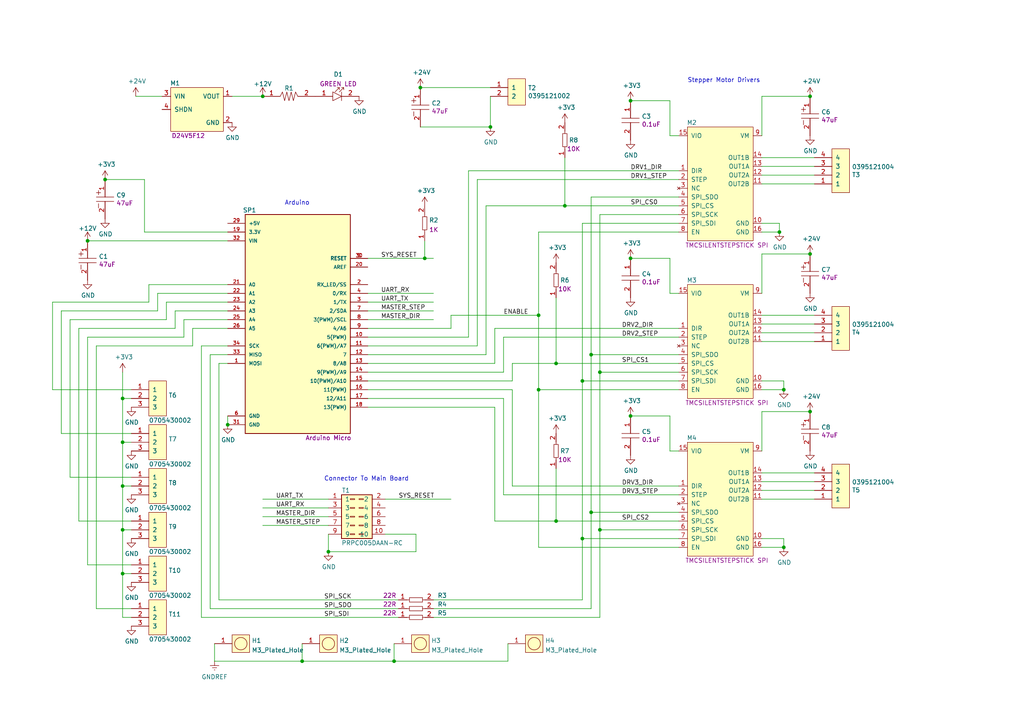
<source format=kicad_sch>
(kicad_sch (version 20211123) (generator eeschema)
  (paper "A4")
  (junction (at 173.99 153.67))
  (junction (at 163.83 59.69))
  (junction (at 25.4 69.85))
  (junction (at 226.06 67.31))
  (junction (at 35.56 128.27))
  (junction (at 168.91 110.49))
  (junction (at 234.95 73.66))
  (junction (at 156.21 91.44))
  (junction (at 95.25 160.02))
  (junction (at 123.19 74.93))
  (junction (at 234.95 119.38))
  (junction (at 76.2 27.94))
  (junction (at 35.56 115.57))
  (junction (at 171.45 148.59))
  (junction (at 171.45 102.87))
  (junction (at 227.33 113.03))
  (junction (at 168.91 156.21))
  (junction (at 35.56 153.67))
  (junction (at 156.21 113.03))
  (junction (at 142.24 36.83))
  (junction (at 121.92 25.4))
  (junction (at 114.3 191.77))
  (junction (at 35.56 166.37))
  (junction (at 66.04 123.19))
  (junction (at 173.99 107.95))
  (junction (at 35.56 140.97))
  (junction (at 161.29 105.41))
  (junction (at 234.95 27.94))
  (junction (at 30.48 52.07))
  (junction (at 182.88 29.21))
  (junction (at 161.29 151.13))
  (junction (at 182.88 74.93))
  (junction (at 227.33 158.75))
  (junction (at 182.88 120.65))
  (junction (at 87.63 191.77))
  (wire (pts (xy 106.68 115.57) (xy 146.05 115.57)))
  (wire (pts (xy 143.51 118.11) (xy 143.51 151.13)))
  (wire (pts (xy 196.85 67.31) (xy 156.21 67.31)))
  (wire (pts (xy 194.31 74.93) (xy 182.88 74.93)))
  (wire (pts (xy 135.89 49.53) (xy 196.85 49.53)))
  (wire (pts (xy 55.88 95.25) (xy 66.04 95.25)))
  (wire (pts (xy 17.78 90.17) (xy 17.78 125.73)))
  (wire (pts (xy 194.31 29.21) (xy 182.88 29.21)))
  (wire (pts (xy 66.04 123.19) (xy 66.04 120.65)))
  (wire (pts (xy 114.3 191.77) (xy 147.32 191.77)))
  (wire (pts (xy 194.31 85.09) (xy 194.31 74.93)))
  (wire (pts (xy 156.21 158.75) (xy 196.85 158.75)))
  (wire (pts (xy 130.81 95.25) (xy 130.81 91.44)))
  (wire (pts (xy 138.43 52.07) (xy 138.43 100.33)))
  (wire (pts (xy 161.29 86.36) (xy 161.29 105.41)))
  (wire (pts (xy 121.92 36.83) (xy 142.24 36.83)))
  (wire (pts (xy 35.56 107.95) (xy 35.56 115.57)))
  (wire (pts (xy 220.98 130.81) (xy 220.98 119.38)))
  (wire (pts (xy 60.96 102.87) (xy 60.96 176.53)))
  (wire (pts (xy 45.72 90.17) (xy 17.78 90.17)))
  (wire (pts (xy 35.56 128.27) (xy 38.1 128.27)))
  (wire (pts (xy 106.68 95.25) (xy 130.81 95.25)))
  (wire (pts (xy 220.98 142.24) (xy 236.22 142.24)))
  (wire (pts (xy 171.45 102.87) (xy 196.85 102.87)))
  (wire (pts (xy 48.26 92.71) (xy 20.32 92.71)))
  (wire (pts (xy 146.05 115.57) (xy 146.05 143.51)))
  (wire (pts (xy 168.91 156.21) (xy 168.91 110.49)))
  (wire (pts (xy 35.56 179.07) (xy 38.1 179.07)))
  (wire (pts (xy 60.96 176.53) (xy 115.57 176.53)))
  (wire (pts (xy 76.2 149.86) (xy 95.25 149.86)))
  (wire (pts (xy 148.59 105.41) (xy 161.29 105.41)))
  (wire (pts (xy 220.98 96.52) (xy 236.22 96.52)))
  (wire (pts (xy 173.99 107.95) (xy 173.99 62.23)))
  (wire (pts (xy 95.25 160.02) (xy 120.65 160.02)))
  (wire (pts (xy 220.98 50.8) (xy 236.22 50.8)))
  (wire (pts (xy 125.73 173.99) (xy 168.91 173.99)))
  (wire (pts (xy 123.19 74.93) (xy 125.73 74.93)))
  (wire (pts (xy 50.8 90.17) (xy 50.8 95.25)))
  (wire (pts (xy 50.8 95.25) (xy 22.86 95.25)))
  (wire (pts (xy 196.85 130.81) (xy 194.31 130.81)))
  (wire (pts (xy 66.04 87.63) (xy 48.26 87.63)))
  (wire (pts (xy 66.04 82.55) (xy 43.18 82.55)))
  (wire (pts (xy 27.94 100.33) (xy 27.94 176.53)))
  (wire (pts (xy 30.48 52.07) (xy 41.91 52.07)))
  (wire (pts (xy 35.56 115.57) (xy 38.1 115.57)))
  (wire (pts (xy 220.98 158.75) (xy 227.33 158.75)))
  (wire (pts (xy 35.56 166.37) (xy 35.56 179.07)))
  (wire (pts (xy 220.98 73.66) (xy 234.95 73.66)))
  (wire (pts (xy 35.56 140.97) (xy 38.1 140.97)))
  (wire (pts (xy 66.04 100.33) (xy 58.42 100.33)))
  (wire (pts (xy 220.98 48.26) (xy 236.22 48.26)))
  (wire (pts (xy 168.91 110.49) (xy 168.91 64.77)))
  (wire (pts (xy 194.31 39.37) (xy 194.31 29.21)))
  (wire (pts (xy 66.04 90.17) (xy 50.8 90.17)))
  (wire (pts (xy 143.51 95.25) (xy 143.51 105.41)))
  (wire (pts (xy 140.97 59.69) (xy 140.97 102.87)))
  (wire (pts (xy 161.29 135.89) (xy 161.29 151.13)))
  (wire (pts (xy 20.32 138.43) (xy 38.1 138.43)))
  (wire (pts (xy 43.18 82.55) (xy 43.18 87.63)))
  (wire (pts (xy 148.59 113.03) (xy 148.59 140.97)))
  (wire (pts (xy 22.86 151.13) (xy 38.1 151.13)))
  (wire (pts (xy 106.68 105.41) (xy 143.51 105.41)))
  (wire (pts (xy 173.99 107.95) (xy 196.85 107.95)))
  (wire (pts (xy 25.4 97.79) (xy 25.4 163.83)))
  (wire (pts (xy 173.99 62.23) (xy 196.85 62.23)))
  (wire (pts (xy 171.45 176.53) (xy 171.45 148.59)))
  (wire (pts (xy 76.2 147.32) (xy 95.25 147.32)))
  (wire (pts (xy 120.65 154.94) (xy 111.76 154.94)))
  (wire (pts (xy 66.04 92.71) (xy 53.34 92.71)))
  (wire (pts (xy 196.85 59.69) (xy 163.83 59.69)))
  (wire (pts (xy 171.45 148.59) (xy 196.85 148.59)))
  (wire (pts (xy 173.99 179.07) (xy 173.99 153.67)))
  (wire (pts (xy 161.29 151.13) (xy 196.85 151.13)))
  (wire (pts (xy 220.98 53.34) (xy 236.22 53.34)))
  (wire (pts (xy 143.51 151.13) (xy 161.29 151.13)))
  (wire (pts (xy 114.3 186.69) (xy 114.3 191.77)))
  (wire (pts (xy 106.68 110.49) (xy 148.59 110.49)))
  (wire (pts (xy 53.34 92.71) (xy 53.34 97.79)))
  (wire (pts (xy 227.33 113.03) (xy 227.33 110.49)))
  (wire (pts (xy 45.72 85.09) (xy 45.72 90.17)))
  (wire (pts (xy 62.23 186.69) (xy 62.23 191.77)))
  (wire (pts (xy 173.99 153.67) (xy 173.99 107.95)))
  (wire (pts (xy 35.56 128.27) (xy 35.56 140.97)))
  (wire (pts (xy 168.91 110.49) (xy 196.85 110.49)))
  (wire (pts (xy 220.98 45.72) (xy 236.22 45.72)))
  (wire (pts (xy 142.24 36.83) (xy 142.24 27.94)))
  (wire (pts (xy 196.85 143.51) (xy 146.05 143.51)))
  (wire (pts (xy 220.98 139.7) (xy 236.22 139.7)))
  (wire (pts (xy 196.85 52.07) (xy 138.43 52.07)))
  (wire (pts (xy 15.24 113.03) (xy 38.1 113.03)))
  (wire (pts (xy 53.34 97.79) (xy 25.4 97.79)))
  (wire (pts (xy 66.04 85.09) (xy 45.72 85.09)))
  (wire (pts (xy 220.98 144.78) (xy 236.22 144.78)))
  (wire (pts (xy 220.98 64.77) (xy 226.06 64.77)))
  (wire (pts (xy 220.98 67.31) (xy 226.06 67.31)))
  (wire (pts (xy 220.98 119.38) (xy 234.95 119.38)))
  (wire (pts (xy 168.91 173.99) (xy 168.91 156.21)))
  (wire (pts (xy 147.32 191.77) (xy 147.32 186.69)))
  (wire (pts (xy 143.51 95.25) (xy 196.85 95.25)))
  (wire (pts (xy 35.56 166.37) (xy 38.1 166.37)))
  (wire (pts (xy 194.31 130.81) (xy 194.31 120.65)))
  (wire (pts (xy 220.98 99.06) (xy 236.22 99.06)))
  (wire (pts (xy 196.85 39.37) (xy 194.31 39.37)))
  (wire (pts (xy 106.68 90.17) (xy 125.73 90.17)))
  (wire (pts (xy 163.83 45.72) (xy 163.83 59.69)))
  (wire (pts (xy 58.42 100.33) (xy 58.42 179.07)))
  (wire (pts (xy 146.05 97.79) (xy 146.05 107.95)))
  (wire (pts (xy 220.98 93.98) (xy 236.22 93.98)))
  (wire (pts (xy 58.42 179.07) (xy 115.57 179.07)))
  (wire (pts (xy 76.2 152.4) (xy 95.25 152.4)))
  (wire (pts (xy 27.94 100.33) (xy 55.88 100.33)))
  (wire (pts (xy 39.37 27.94) (xy 46.99 27.94)))
  (wire (pts (xy 111.76 144.78) (xy 130.81 144.78)))
  (wire (pts (xy 142.24 25.4) (xy 121.92 25.4)))
  (wire (pts (xy 15.24 87.63) (xy 15.24 113.03)))
  (wire (pts (xy 67.31 27.94) (xy 76.2 27.94)))
  (wire (pts (xy 125.73 176.53) (xy 171.45 176.53)))
  (wire (pts (xy 35.56 153.67) (xy 35.56 166.37)))
  (wire (pts (xy 135.89 97.79) (xy 106.68 97.79)))
  (wire (pts (xy 227.33 156.21) (xy 227.33 158.75)))
  (wire (pts (xy 17.78 125.73) (xy 38.1 125.73)))
  (wire (pts (xy 20.32 92.71) (xy 20.32 138.43)))
  (wire (pts (xy 41.91 52.07) (xy 41.91 67.31)))
  (wire (pts (xy 171.45 102.87) (xy 171.45 57.15)))
  (wire (pts (xy 25.4 69.85) (xy 66.04 69.85)))
  (wire (pts (xy 168.91 156.21) (xy 196.85 156.21)))
  (wire (pts (xy 196.85 97.79) (xy 146.05 97.79)))
  (wire (pts (xy 66.04 67.31) (xy 41.91 67.31)))
  (wire (pts (xy 226.06 64.77) (xy 226.06 67.31)))
  (wire (pts (xy 35.56 140.97) (xy 35.56 153.67)))
  (wire (pts (xy 62.23 191.77) (xy 87.63 191.77)))
  (wire (pts (xy 220.98 137.16) (xy 236.22 137.16)))
  (wire (pts (xy 106.68 107.95) (xy 146.05 107.95)))
  (wire (pts (xy 120.65 160.02) (xy 120.65 154.94)))
  (wire (pts (xy 106.68 87.63) (xy 125.73 87.63)))
  (wire (pts (xy 106.68 102.87) (xy 140.97 102.87)))
  (wire (pts (xy 106.68 113.03) (xy 148.59 113.03)))
  (wire (pts (xy 106.68 118.11) (xy 143.51 118.11)))
  (wire (pts (xy 25.4 163.83) (xy 38.1 163.83)))
  (wire (pts (xy 220.98 156.21) (xy 227.33 156.21)))
  (wire (pts (xy 168.91 64.77) (xy 196.85 64.77)))
  (wire (pts (xy 148.59 140.97) (xy 196.85 140.97)))
  (wire (pts (xy 227.33 110.49) (xy 220.98 110.49)))
  (wire (pts (xy 220.98 113.03) (xy 227.33 113.03)))
  (wire (pts (xy 106.68 85.09) (xy 125.73 85.09)))
  (wire (pts (xy 35.56 153.67) (xy 38.1 153.67)))
  (wire (pts (xy 22.86 95.25) (xy 22.86 151.13)))
  (wire (pts (xy 171.45 148.59) (xy 171.45 102.87)))
  (wire (pts (xy 106.68 100.33) (xy 138.43 100.33)))
  (wire (pts (xy 156.21 91.44) (xy 156.21 113.03)))
  (wire (pts (xy 55.88 100.33) (xy 55.88 95.25)))
  (wire (pts (xy 220.98 39.37) (xy 220.98 27.94)))
  (wire (pts (xy 60.96 102.87) (xy 66.04 102.87)))
  (wire (pts (xy 87.63 186.69) (xy 87.63 191.77)))
  (wire (pts (xy 173.99 153.67) (xy 196.85 153.67)))
  (wire (pts (xy 156.21 67.31) (xy 156.21 91.44)))
  (wire (pts (xy 35.56 115.57) (xy 35.56 128.27)))
  (wire (pts (xy 220.98 27.94) (xy 234.95 27.94)))
  (wire (pts (xy 43.18 87.63) (xy 15.24 87.63)))
  (wire (pts (xy 220.98 91.44) (xy 236.22 91.44)))
  (wire (pts (xy 48.26 87.63) (xy 48.26 92.71)))
  (wire (pts (xy 87.63 191.77) (xy 114.3 191.77)))
  (wire (pts (xy 130.81 91.44) (xy 156.21 91.44)))
  (wire (pts (xy 76.2 144.78) (xy 95.25 144.78)))
  (wire (pts (xy 156.21 113.03) (xy 196.85 113.03)))
  (wire (pts (xy 27.94 176.53) (xy 38.1 176.53)))
  (wire (pts (xy 196.85 85.09) (xy 194.31 85.09)))
  (wire (pts (xy 171.45 57.15) (xy 196.85 57.15)))
  (wire (pts (xy 148.59 105.41) (xy 148.59 110.49)))
  (wire (pts (xy 161.29 105.41) (xy 196.85 105.41)))
  (wire (pts (xy 123.19 69.85) (xy 123.19 74.93)))
  (wire (pts (xy 135.89 49.53) (xy 135.89 97.79)))
  (wire (pts (xy 63.5 173.99) (xy 115.57 173.99)))
  (wire (pts (xy 156.21 113.03) (xy 156.21 158.75)))
  (wire (pts (xy 194.31 120.65) (xy 182.88 120.65)))
  (wire (pts (xy 63.5 105.41) (xy 66.04 105.41)))
  (wire (pts (xy 125.73 179.07) (xy 173.99 179.07)))
  (wire (pts (xy 106.68 92.71) (xy 125.73 92.71)))
  (wire (pts (xy 106.68 74.93) (xy 123.19 74.93)))
  (wire (pts (xy 163.83 59.69) (xy 140.97 59.69)))
  (wire (pts (xy 63.5 105.41) (xy 63.5 173.99)))
  (wire (pts (xy 220.98 85.09) (xy 220.98 73.66)))
  (wire (pts (xy 95.25 154.94) (xy 95.25 160.02)))
  (text "Connector To Main Board\n" (at 93.98 139.7 0) (effects (font (size 1.27 1.27)) (justify left bottom)))
  (text "Arduino\n" (at 82.55 59.69 0) (effects (font (size 1.27 1.27)) (justify left bottom)))
  (text "Stepper Motor Drivers" (at 199.39 24.13 0) (effects (font (size 1.27 1.27)) (justify left bottom)))
  (label "DRV3_STEP" (at 180.34 143.51 0))
  (label "MASTER_DIR" (at 80.01 149.86 0))
  (label "DRV2_STEP" (at 180.34 97.79 0))
  (label "MASTER_STEP" (at 80.01 152.4 0))
  (label "DRV1_DIR" (at 182.88 49.53 0))
  (label "UART_RX" (at 80.01 147.32 0))
  (label "SYS_RESET" (at 115.57 144.78 0))
  (label "DRV1_STEP" (at 182.88 52.07 0))
  (label "MASTER_DIR" (at 110.49 92.71 0))
  (label "UART_TX" (at 80.01 144.78 0))
  (label "SPI_SCK" (at 93.98 173.99 0))
  (label "SPI_SDO" (at 93.98 176.53 0))
  (label "UART_RX" (at 110.49 85.09 0))
  (label "MASTER_STEP" (at 110.49 90.17 0))
  (label "UART_TX" (at 110.49 87.63 0))
  (label "SPI_CS2" (at 180.34 151.13 0))
  (label "DRV3_DIR" (at 180.34 140.97 0))
  (label "SPI_CS1" (at 180.34 105.41 0))
  (label "DRV2_DIR" (at 180.34 95.25 0))
  (label "SPI_SDI" (at 93.98 179.07 0))
  (label "ENABLE" (at 146.05 91.44 0))
  (label "SYS_RESET" (at 110.49 74.93 0))
  (label "SPI_CS0" (at 182.88 59.69 0))
  (symbol (lib_id "AVR-KiCAD-Lib-Special:Arduino_Micro") (at 101.6 62.23 0) (mirror y) (unit 1)
    (property "Reference" "SP1" (at 72.39 60.96 0))
    (property "Value" "Arduino_Micro" (effects hide))
    (property "Footprint" "AVR-KiCAD-Lib-Special:ARDUINO_A000053" (effects hide))
    (property "Datasheet" "https://www.arduino.cc/en/uploads/Main/arduino-micro-schematic.pdf" (effects hide))
    (property "Cost QTY: 1" "19.80000" (effects hide))
    (property "Cost QTY: 1000" "17.87500" (effects hide))
    (property "Cost QTY: 2500" "*" (effects hide))
    (property "Cost QTY: 5000" "*" (effects hide))
    (property "Cost QTY: 10000" "*" (effects hide))
    (property "MFR" "Arduino" (effects hide))
    (property "MFR#" "A000053" (effects hide))
    (property "Vendor" "Digikey" (effects hide))
    (property "Vendor #" "1050-1066-ND" (effects hide))
    (property "Designer" "AVR" (effects hide))
    (property "Height" "*" (effects hide))
    (property "Date Created" "8/1/2020" (effects hide))
    (property "Date Modified" "8/1/2020" (effects hide))
    (property "Lead-Free ?" "Yes" (effects hide))
    (property "RoHS Levels" "1" (effects hide))
    (property "Mounting" "ThroughHole" (effects hide))
    (property "Pin Count #" "*" (effects hide))
    (property "Status" "Active" (effects hide))
    (property "Tolerance" "*" (effects hide))
    (property "Type" "MCU Module" (effects hide))
    (property "Voltage" "3.3V/5V" (effects hide))
    (property "Package" "*" (effects hide))
    (property "Description" "ATmega32U4 Arduino Micro AVR® ATmega AVR MCU 8-Bit Embedded Evaluation Board" (effects hide))
    (property "_Value_" "Arduino Micro" (at 95.25 127 0))
    (property "Management_ID" "*" (effects hide))
  )
  (symbol (lib_id "AVR-KiCAD-Lib-Modules:TMCSILENTSTEPSTICK") (at 199.39 38.1 0) (unit 1)
    (property "Reference" "M2" (at 200.66 35.56 0))
    (property "Value" "TMCSILENTSTEPSTICK" (effects hide))
    (property "Footprint" "AVR-KiCAD-Lib-Modules:TMCSILENTSTEPSTICK_SPI" (effects hide))
    (property "Datasheet" "https://www.trinamic.com/fileadmin/assets/Products/ICs_Documents/TMC2130_datasheet.pdf" (effects hide))
    (property "Cost QTY: 1" "12.73" (effects hide))
    (property "Cost QTY: 1000" "*" (effects hide))
    (property "Cost QTY: 2500" "*" (effects hide))
    (property "Cost QTY: 5000" "*" (effects hide))
    (property "Cost QTY: 10000" "*" (effects hide))
    (property "MFR" "Trinamic Motion Control GmbH" (effects hide))
    (property "MFR#" "TMCSILENTSTEPSTICK SPI" (effects hide))
    (property "Vendor" "Digikey" (effects hide))
    (property "Vendor #" "1460-TMCSILENTSTEPSTICKSPI-ND" (effects hide))
    (property "Designer" "AVR" (effects hide))
    (property "Height" "11.87" (effects hide))
    (property "Date Created" "12/6/2021" (effects hide))
    (property "Date Modified" "12/6/2021" (effects hide))
    (property "Lead-Free ?" "Yes" (effects hide))
    (property "RoHS Levels" "1" (effects hide))
    (property "Mounting" "ThroughHole" (effects hide))
    (property "Pin Count #" "16" (effects hide))
    (property "Status" "Active" (effects hide))
    (property "Tolerance" "N/A" (effects hide))
    (property "Type" "STepper Driver Module Pololu style" (effects hide))
    (property "Voltage" "25V/5V" (effects hide))
    (property "Package" "Pololu Stepper" (effects hide))
    (property "Description" "TMC2130 Motor Controller/Driver, Stepper Power Management Evaluation Board" (effects hide))
    (property "_Value_" "TMCSILENTSTEPSTICK SPI" (at 210.82 71.12 0))
    (property "Management_ID" "*" (effects hide))
  )
  (symbol (lib_id "AVR-KiCAD-Lib-Modules:TMCSILENTSTEPSTICK") (at 199.39 83.82 0) (unit 1)
    (property "Reference" "M3" (at 200.66 81.28 0))
    (property "Value" "TMCSILENTSTEPSTICK" (effects hide))
    (property "Footprint" "AVR-KiCAD-Lib-Modules:TMCSILENTSTEPSTICK_SPI" (effects hide))
    (property "Datasheet" "https://www.trinamic.com/fileadmin/assets/Products/ICs_Documents/TMC2130_datasheet.pdf" (effects hide))
    (property "Cost QTY: 1" "12.73" (effects hide))
    (property "Cost QTY: 1000" "*" (effects hide))
    (property "Cost QTY: 2500" "*" (effects hide))
    (property "Cost QTY: 5000" "*" (effects hide))
    (property "Cost QTY: 10000" "*" (effects hide))
    (property "MFR" "Trinamic Motion Control GmbH" (effects hide))
    (property "MFR#" "TMCSILENTSTEPSTICK SPI" (effects hide))
    (property "Vendor" "Digikey" (effects hide))
    (property "Vendor #" "1460-TMCSILENTSTEPSTICKSPI-ND" (effects hide))
    (property "Designer" "AVR" (effects hide))
    (property "Height" "11.87" (effects hide))
    (property "Date Created" "12/6/2021" (effects hide))
    (property "Date Modified" "12/6/2021" (effects hide))
    (property "Lead-Free ?" "Yes" (effects hide))
    (property "RoHS Levels" "1" (effects hide))
    (property "Mounting" "ThroughHole" (effects hide))
    (property "Pin Count #" "16" (effects hide))
    (property "Status" "Active" (effects hide))
    (property "Tolerance" "N/A" (effects hide))
    (property "Type" "STepper Driver Module Pololu style" (effects hide))
    (property "Voltage" "25V/5V" (effects hide))
    (property "Package" "Pololu Stepper" (effects hide))
    (property "Description" "TMC2130 Motor Controller/Driver, Stepper Power Management Evaluation Board" (effects hide))
    (property "_Value_" "TMCSILENTSTEPSTICK SPI" (at 210.82 116.84 0))
    (property "Management_ID" "*" (effects hide))
  )
  (symbol (lib_id "AVR-KiCAD-Lib-Modules:TMCSILENTSTEPSTICK") (at 199.39 129.54 0) (unit 1)
    (property "Reference" "M4" (at 200.66 127 0))
    (property "Value" "TMCSILENTSTEPSTICK" (effects hide))
    (property "Footprint" "AVR-KiCAD-Lib-Modules:TMCSILENTSTEPSTICK_SPI" (effects hide))
    (property "Datasheet" "https://www.trinamic.com/fileadmin/assets/Products/ICs_Documents/TMC2130_datasheet.pdf" (effects hide))
    (property "Cost QTY: 1" "12.73" (effects hide))
    (property "Cost QTY: 1000" "*" (effects hide))
    (property "Cost QTY: 2500" "*" (effects hide))
    (property "Cost QTY: 5000" "*" (effects hide))
    (property "Cost QTY: 10000" "*" (effects hide))
    (property "MFR" "Trinamic Motion Control GmbH" (effects hide))
    (property "MFR#" "TMCSILENTSTEPSTICK SPI" (effects hide))
    (property "Vendor" "Digikey" (effects hide))
    (property "Vendor #" "1460-TMCSILENTSTEPSTICKSPI-ND" (effects hide))
    (property "Designer" "AVR" (effects hide))
    (property "Height" "11.87" (effects hide))
    (property "Date Created" "12/6/2021" (effects hide))
    (property "Date Modified" "12/6/2021" (effects hide))
    (property "Lead-Free ?" "Yes" (effects hide))
    (property "RoHS Levels" "1" (effects hide))
    (property "Mounting" "ThroughHole" (effects hide))
    (property "Pin Count #" "16" (effects hide))
    (property "Status" "Active" (effects hide))
    (property "Tolerance" "N/A" (effects hide))
    (property "Type" "STepper Driver Module Pololu style" (effects hide))
    (property "Voltage" "25V/5V" (effects hide))
    (property "Package" "Pololu Stepper" (effects hide))
    (property "Description" "TMC2130 Motor Controller/Driver, Stepper Power Management Evaluation Board" (effects hide))
    (property "_Value_" "TMCSILENTSTEPSTICK SPI" (at 210.82 162.56 0))
    (property "Management_ID" "*" (effects hide))
  )
  (symbol (lib_id "power:GND") (at 227.33 113.03 0) (unit 1)
    (property "Reference" "#PWR018" (effects hide))
    (property "Value" "GND" (at 227.457 117.4242 0))
  )
  (symbol (lib_id "power:GND") (at 227.33 158.75 0) (unit 1)
    (property "Reference" "#PWR019" (effects hide))
    (property "Value" "GND" (at 227.457 163.1442 0))
  )
  (symbol (lib_id "power:GND") (at 226.06 67.31 0) (unit 1)
    (property "Reference" "#PWR017" (effects hide))
    (property "Value" "GND" (at 226.187 71.7042 0))
  )
  (symbol (lib_id "power:+24V") (at 234.95 119.38 0) (unit 1)
    (property "Reference" "#PWR024" (effects hide))
    (property "Value" "+24V" (at 235.331 114.9858 0))
  )
  (symbol (lib_id "power:+24V") (at 234.95 73.66 0) (unit 1)
    (property "Reference" "#PWR022" (effects hide))
    (property "Value" "+24V" (at 235.331 69.2658 0))
  )
  (symbol (lib_id "power:+24V") (at 234.95 27.94 0) (unit 1)
    (property "Reference" "#PWR020" (effects hide))
    (property "Value" "+24V" (at 235.331 23.5458 0))
  )
  (symbol (lib_id "power:GND") (at 66.04 123.19 0) (unit 1)
    (property "Reference" "#PWR04" (effects hide))
    (property "Value" "GND" (at 66.167 127.5842 0))
  )
  (symbol (lib_id "power:+3.3V") (at 182.88 120.65 0) (unit 1)
    (property "Reference" "#PWR015" (effects hide))
    (property "Value" "+3.3V" (at 183.261 116.2558 0))
  )
  (symbol (lib_id "AVR-KiCAD-Lib-Capacitors:C0402C104K9PACTU") (at 182.88 125.73 270) (unit 1)
    (property "Reference" "C5" (at 186.1312 125.1966 90) (effects (justify left)))
    (property "Value" "C0402C104K9PACTU" (effects hide))
    (property "Footprint" "AVR-KiCAD-Lib-Resistors:R0402" (effects hide))
    (property "Datasheet" "https://content.kemet.com/datasheets/KEM_C1006_X5R_SMD.pdf" (effects hide))
    (property "Cost QTY: 1" "0.10000" (effects hide))
    (property "Cost QTY: 1000" "0.01139" (effects hide))
    (property "Cost QTY: 2500" "0.01035" (effects hide))
    (property "Cost QTY: 5000" "0.00952" (effects hide))
    (property "Cost QTY: 10000" "0.00756" (effects hide))
    (property "MFR" "KEMET" (effects hide))
    (property "MFR#" "C0402C104K9PACTU" (effects hide))
    (property "Vendor" "Digikey" (effects hide))
    (property "Vendor #" "399-3026-6-ND" (effects hide))
    (property "Designer" "AVR" (effects hide))
    (property "Height" "0.55mm" (effects hide))
    (property "Date Created" "12/7/2019" (effects hide))
    (property "Date Modified" "12/7/2019" (effects hide))
    (property "Lead-Free ?" "Yes" (effects hide))
    (property "RoHS Levels" "1" (effects hide))
    (property "Mounting" "SMT" (effects hide))
    (property "Pin Count #" "2" (effects hide))
    (property "Status" "Active" (effects hide))
    (property "Tolerance" "10%" (effects hide))
    (property "Type" "Ceramic Cap" (effects hide))
    (property "Voltage" "6.3V" (effects hide))
    (property "Package" "0402" (effects hide))
    (property "Description" "0.1µF ±10% 6.3V Ceramic Capacitor X5R 0402 (1005 Metric)" (effects hide))
    (property "_Value_" "0.1uF" (at 186.1312 127.508 90) (effects (justify left)))
    (property "Management_ID" "*" (effects hide))
  )
  (symbol (lib_id "power:GND") (at 182.88 132.08 0) (unit 1)
    (property "Reference" "#PWR016" (effects hide))
    (property "Value" "GND" (at 183.007 136.4742 0))
  )
  (symbol (lib_id "power:+3.3V") (at 182.88 74.93 0) (unit 1)
    (property "Reference" "#PWR013" (effects hide))
    (property "Value" "+3.3V" (at 183.261 70.5358 0))
  )
  (symbol (lib_id "AVR-KiCAD-Lib-Capacitors:C0402C104K9PACTU") (at 182.88 80.01 270) (unit 1)
    (property "Reference" "C4" (at 186.1312 79.4766 90) (effects (justify left)))
    (property "Value" "C0402C104K9PACTU" (effects hide))
    (property "Footprint" "AVR-KiCAD-Lib-Resistors:R0402" (effects hide))
    (property "Datasheet" "https://content.kemet.com/datasheets/KEM_C1006_X5R_SMD.pdf" (effects hide))
    (property "Cost QTY: 1" "0.10000" (effects hide))
    (property "Cost QTY: 1000" "0.01139" (effects hide))
    (property "Cost QTY: 2500" "0.01035" (effects hide))
    (property "Cost QTY: 5000" "0.00952" (effects hide))
    (property "Cost QTY: 10000" "0.00756" (effects hide))
    (property "MFR" "KEMET" (effects hide))
    (property "MFR#" "C0402C104K9PACTU" (effects hide))
    (property "Vendor" "Digikey" (effects hide))
    (property "Vendor #" "399-3026-6-ND" (effects hide))
    (property "Designer" "AVR" (effects hide))
    (property "Height" "0.55mm" (effects hide))
    (property "Date Created" "12/7/2019" (effects hide))
    (property "Date Modified" "12/7/2019" (effects hide))
    (property "Lead-Free ?" "Yes" (effects hide))
    (property "RoHS Levels" "1" (effects hide))
    (property "Mounting" "SMT" (effects hide))
    (property "Pin Count #" "2" (effects hide))
    (property "Status" "Active" (effects hide))
    (property "Tolerance" "10%" (effects hide))
    (property "Type" "Ceramic Cap" (effects hide))
    (property "Voltage" "6.3V" (effects hide))
    (property "Package" "0402" (effects hide))
    (property "Description" "0.1µF ±10% 6.3V Ceramic Capacitor X5R 0402 (1005 Metric)" (effects hide))
    (property "_Value_" "0.1uF" (at 186.1312 81.788 90) (effects (justify left)))
    (property "Management_ID" "*" (effects hide))
  )
  (symbol (lib_id "power:GND") (at 182.88 86.36 0) (unit 1)
    (property "Reference" "#PWR014" (effects hide))
    (property "Value" "GND" (at 183.007 90.7542 0))
  )
  (symbol (lib_id "power:+3.3V") (at 182.88 29.21 0) (unit 1)
    (property "Reference" "#PWR011" (effects hide))
    (property "Value" "+3.3V" (at 183.261 24.8158 0))
  )
  (symbol (lib_id "AVR-KiCAD-Lib-Capacitors:C0402C104K9PACTU") (at 182.88 34.29 270) (unit 1)
    (property "Reference" "C3" (at 186.1312 33.7566 90) (effects (justify left)))
    (property "Value" "C0402C104K9PACTU" (effects hide))
    (property "Footprint" "AVR-KiCAD-Lib-Resistors:R0402" (effects hide))
    (property "Datasheet" "https://content.kemet.com/datasheets/KEM_C1006_X5R_SMD.pdf" (effects hide))
    (property "Cost QTY: 1" "0.10000" (effects hide))
    (property "Cost QTY: 1000" "0.01139" (effects hide))
    (property "Cost QTY: 2500" "0.01035" (effects hide))
    (property "Cost QTY: 5000" "0.00952" (effects hide))
    (property "Cost QTY: 10000" "0.00756" (effects hide))
    (property "MFR" "KEMET" (effects hide))
    (property "MFR#" "C0402C104K9PACTU" (effects hide))
    (property "Vendor" "Digikey" (effects hide))
    (property "Vendor #" "399-3026-6-ND" (effects hide))
    (property "Designer" "AVR" (effects hide))
    (property "Height" "0.55mm" (effects hide))
    (property "Date Created" "12/7/2019" (effects hide))
    (property "Date Modified" "12/7/2019" (effects hide))
    (property "Lead-Free ?" "Yes" (effects hide))
    (property "RoHS Levels" "1" (effects hide))
    (property "Mounting" "SMT" (effects hide))
    (property "Pin Count #" "2" (effects hide))
    (property "Status" "Active" (effects hide))
    (property "Tolerance" "10%" (effects hide))
    (property "Type" "Ceramic Cap" (effects hide))
    (property "Voltage" "6.3V" (effects hide))
    (property "Package" "0402" (effects hide))
    (property "Description" "0.1µF ±10% 6.3V Ceramic Capacitor X5R 0402 (1005 Metric)" (effects hide))
    (property "_Value_" "0.1uF" (at 186.1312 36.068 90) (effects (justify left)))
    (property "Management_ID" "*" (effects hide))
  )
  (symbol (lib_id "power:GND") (at 182.88 40.64 0) (unit 1)
    (property "Reference" "#PWR012" (effects hide))
    (property "Value" "GND" (at 183.007 45.0342 0))
  )
  (symbol (lib_id "AVR-KiCAD-Lib-Capacitors:UCM1C470MCL1GS") (at 234.95 33.02 270) (unit 1)
    (property "Reference" "C6" (at 238.2012 32.4866 90) (effects (justify left)))
    (property "Value" "UCM1C470MCL1GS" (effects hide))
    (property "Footprint" "AVR-KiCAD-Lib-Capacitors:UCM1C470MCL1GS" (effects hide))
    (property "Datasheet" "http://nichicon-us.com/english/products/pdfs/e-ucm.pdf" (effects hide))
    (property "Cost QTY: 1" "0.60000" (effects hide))
    (property "Cost QTY: 1000" "0.17512" (effects hide))
    (property "Cost QTY: 2500" "*" (effects hide))
    (property "Cost QTY: 5000" "*" (effects hide))
    (property "Cost QTY: 10000" "0.12589" (effects hide))
    (property "MFR" "Nichicon" (effects hide))
    (property "MFR#" "UCM1C470MCL1GS" (effects hide))
    (property "Vendor" "Digikey" (effects hide))
    (property "Vendor #" "493-14529-2-ND" (effects hide))
    (property "Designer" "AVR" (effects hide))
    (property "Height" "6.10mm" (effects hide))
    (property "Date Created" "6/21/2020" (effects hide))
    (property "Date Modified" "6/21/2020" (effects hide))
    (property "Lead-Free ?" "Yes" (effects hide))
    (property "RoHS Levels" "1" (effects hide))
    (property "Mounting" "SMT" (effects hide))
    (property "Pin Count #" "2" (effects hide))
    (property "Status" "Active" (effects hide))
    (property "Tolerance" "20%" (effects hide))
    (property "Type" "Capacitor" (effects hide))
    (property "Voltage" "16V" (effects hide))
    (property "Package" "Radial Can SMD" (effects hide))
    (property "Description" "47µF 16V Aluminum Electrolytic Capacitors Radial, Can - SMD  2000 Hrs @ 105°C" (effects hide))
    (property "_Value_" "47uF" (at 238.2012 34.798 90) (effects (justify left)))
    (property "Management_ID" "*" (effects hide))
  )
  (symbol (lib_id "power:GND") (at 234.95 39.37 0) (unit 1)
    (property "Reference" "#PWR021" (effects hide))
    (property "Value" "GND" (at 235.077 43.7642 0))
  )
  (symbol (lib_id "AVR-KiCAD-Lib-Capacitors:UCM1C470MCL1GS") (at 234.95 78.74 270) (unit 1)
    (property "Reference" "C7" (at 238.2012 78.2066 90) (effects (justify left)))
    (property "Value" "UCM1C470MCL1GS" (effects hide))
    (property "Footprint" "AVR-KiCAD-Lib-Capacitors:UCM1C470MCL1GS" (effects hide))
    (property "Datasheet" "http://nichicon-us.com/english/products/pdfs/e-ucm.pdf" (effects hide))
    (property "Cost QTY: 1" "0.60000" (effects hide))
    (property "Cost QTY: 1000" "0.17512" (effects hide))
    (property "Cost QTY: 2500" "*" (effects hide))
    (property "Cost QTY: 5000" "*" (effects hide))
    (property "Cost QTY: 10000" "0.12589" (effects hide))
    (property "MFR" "Nichicon" (effects hide))
    (property "MFR#" "UCM1C470MCL1GS" (effects hide))
    (property "Vendor" "Digikey" (effects hide))
    (property "Vendor #" "493-14529-2-ND" (effects hide))
    (property "Designer" "AVR" (effects hide))
    (property "Height" "6.10mm" (effects hide))
    (property "Date Created" "6/21/2020" (effects hide))
    (property "Date Modified" "6/21/2020" (effects hide))
    (property "Lead-Free ?" "Yes" (effects hide))
    (property "RoHS Levels" "1" (effects hide))
    (property "Mounting" "SMT" (effects hide))
    (property "Pin Count #" "2" (effects hide))
    (property "Status" "Active" (effects hide))
    (property "Tolerance" "20%" (effects hide))
    (property "Type" "Capacitor" (effects hide))
    (property "Voltage" "16V" (effects hide))
    (property "Package" "Radial Can SMD" (effects hide))
    (property "Description" "47µF 16V Aluminum Electrolytic Capacitors Radial, Can - SMD  2000 Hrs @ 105°C" (effects hide))
    (property "_Value_" "47uF" (at 238.2012 80.518 90) (effects (justify left)))
    (property "Management_ID" "*" (effects hide))
  )
  (symbol (lib_id "power:GND") (at 234.95 85.09 0) (unit 1)
    (property "Reference" "#PWR023" (effects hide))
    (property "Value" "GND" (at 235.077 89.4842 0))
  )
  (symbol (lib_id "AVR-KiCAD-Lib-Capacitors:UCM1C470MCL1GS") (at 234.95 124.46 270) (unit 1)
    (property "Reference" "C8" (at 238.2012 123.9266 90) (effects (justify left)))
    (property "Value" "UCM1C470MCL1GS" (effects hide))
    (property "Footprint" "AVR-KiCAD-Lib-Capacitors:UCM1C470MCL1GS" (effects hide))
    (property "Datasheet" "http://nichicon-us.com/english/products/pdfs/e-ucm.pdf" (effects hide))
    (property "Cost QTY: 1" "0.60000" (effects hide))
    (property "Cost QTY: 1000" "0.17512" (effects hide))
    (property "Cost QTY: 2500" "*" (effects hide))
    (property "Cost QTY: 5000" "*" (effects hide))
    (property "Cost QTY: 10000" "0.12589" (effects hide))
    (property "MFR" "Nichicon" (effects hide))
    (property "MFR#" "UCM1C470MCL1GS" (effects hide))
    (property "Vendor" "Digikey" (effects hide))
    (property "Vendor #" "493-14529-2-ND" (effects hide))
    (property "Designer" "AVR" (effects hide))
    (property "Height" "6.10mm" (effects hide))
    (property "Date Created" "6/21/2020" (effects hide))
    (property "Date Modified" "6/21/2020" (effects hide))
    (property "Lead-Free ?" "Yes" (effects hide))
    (property "RoHS Levels" "1" (effects hide))
    (property "Mounting" "SMT" (effects hide))
    (property "Pin Count #" "2" (effects hide))
    (property "Status" "Active" (effects hide))
    (property "Tolerance" "20%" (effects hide))
    (property "Type" "Capacitor" (effects hide))
    (property "Voltage" "16V" (effects hide))
    (property "Package" "Radial Can SMD" (effects hide))
    (property "Description" "47µF 16V Aluminum Electrolytic Capacitors Radial, Can - SMD  2000 Hrs @ 105°C" (effects hide))
    (property "_Value_" "47uF" (at 238.2012 126.238 90) (effects (justify left)))
    (property "Management_ID" "*" (effects hide))
  )
  (symbol (lib_id "power:GND") (at 234.95 130.81 0) (unit 1)
    (property "Reference" "#PWR025" (effects hide))
    (property "Value" "GND" (at 235.077 135.2042 0))
  )
  (symbol (lib_id "AVR-KiCAD-Lib-Connectors:0395121004") (at 241.3 53.34 0) (mirror x) (unit 1)
    (property "Reference" "T3" (at 247.0912 50.6984 0) (effects (justify left)))
    (property "Value" "0395121004" (at 247.0912 48.387 0) (effects (justify left)))
    (property "Footprint" "AVR-KiCAD-Lib-Connectors:0395121004" (effects hide))
    (property "Datasheet" "https://www.molex.com/pdm_docs/sd/395121002_sd.pdf" (effects hide))
    (property "Cost QTY: 1" "1.41000" (effects hide))
    (property "Cost QTY: 1000" "0.59200" (effects hide))
    (property "Cost QTY: 2500" "*" (effects hide))
    (property "Cost QTY: 5000" "0.48100" (effects hide))
    (property "Cost QTY: 10000" "*" (effects hide))
    (property "MFR" "Molex" (effects hide))
    (property "MFR#" "0395121004" (effects hide))
    (property "Vendor" "Digikey" (effects hide))
    (property "Vendor #" "WM20087-ND" (effects hide))
    (property "Designer" "AVR" (effects hide))
    (property "Height" "6.86mm" (effects hide))
    (property "Date Created" "6/20/2020" (effects hide))
    (property "Date Modified" "6/20/2020" (effects hide))
    (property "Lead-Free ?" "Yes" (effects hide))
    (property "RoHS Levels" "1" (effects hide))
    (property "Mounting" "ThroughHole" (effects hide))
    (property "Pin Count #" "4" (effects hide))
    (property "Status" "Active" (effects hide))
    (property "Tolerance" "*" (effects hide))
    (property "Type" "Connector" (effects hide))
    (property "Voltage" "300V" (effects hide))
    (property "Package" "*" (effects hide))
    (property "Description" "4 Position Terminal Block Header, Male Pins, Shrouded (4 Side) 0.150\" (3.81mm) 90°, Right Angle  Through Hole" (effects hide))
    (property "_Value_" "0395121004" (effects hide))
    (property "Management_ID" "*" (effects hide))
  )
  (symbol (lib_id "AVR-KiCAD-Lib-Connectors:0395121004") (at 241.3 99.06 0) (mirror x) (unit 1)
    (property "Reference" "T4" (at 247.0912 96.4184 0) (effects (justify left)))
    (property "Value" "0395121004" (at 247.0912 94.107 0) (effects (justify left)))
    (property "Footprint" "AVR-KiCAD-Lib-Connectors:0395121004" (effects hide))
    (property "Datasheet" "https://www.molex.com/pdm_docs/sd/395121002_sd.pdf" (effects hide))
    (property "Cost QTY: 1" "1.41000" (effects hide))
    (property "Cost QTY: 1000" "0.59200" (effects hide))
    (property "Cost QTY: 2500" "*" (effects hide))
    (property "Cost QTY: 5000" "0.48100" (effects hide))
    (property "Cost QTY: 10000" "*" (effects hide))
    (property "MFR" "Molex" (effects hide))
    (property "MFR#" "0395121004" (effects hide))
    (property "Vendor" "Digikey" (effects hide))
    (property "Vendor #" "WM20087-ND" (effects hide))
    (property "Designer" "AVR" (effects hide))
    (property "Height" "6.86mm" (effects hide))
    (property "Date Created" "6/20/2020" (effects hide))
    (property "Date Modified" "6/20/2020" (effects hide))
    (property "Lead-Free ?" "Yes" (effects hide))
    (property "RoHS Levels" "1" (effects hide))
    (property "Mounting" "ThroughHole" (effects hide))
    (property "Pin Count #" "4" (effects hide))
    (property "Status" "Active" (effects hide))
    (property "Tolerance" "*" (effects hide))
    (property "Type" "Connector" (effects hide))
    (property "Voltage" "300V" (effects hide))
    (property "Package" "*" (effects hide))
    (property "Description" "4 Position Terminal Block Header, Male Pins, Shrouded (4 Side) 0.150\" (3.81mm) 90°, Right Angle  Through Hole" (effects hide))
    (property "_Value_" "0395121004" (effects hide))
    (property "Management_ID" "*" (effects hide))
  )
  (symbol (lib_id "AVR-KiCAD-Lib-Connectors:0395121004") (at 241.3 144.78 0) (mirror x) (unit 1)
    (property "Reference" "T5" (at 247.0912 142.1384 0) (effects (justify left)))
    (property "Value" "0395121004" (at 247.0912 139.827 0) (effects (justify left)))
    (property "Footprint" "AVR-KiCAD-Lib-Connectors:0395121004" (effects hide))
    (property "Datasheet" "https://www.molex.com/pdm_docs/sd/395121002_sd.pdf" (effects hide))
    (property "Cost QTY: 1" "1.41000" (effects hide))
    (property "Cost QTY: 1000" "0.59200" (effects hide))
    (property "Cost QTY: 2500" "*" (effects hide))
    (property "Cost QTY: 5000" "0.48100" (effects hide))
    (property "Cost QTY: 10000" "*" (effects hide))
    (property "MFR" "Molex" (effects hide))
    (property "MFR#" "0395121004" (effects hide))
    (property "Vendor" "Digikey" (effects hide))
    (property "Vendor #" "WM20087-ND" (effects hide))
    (property "Designer" "AVR" (effects hide))
    (property "Height" "6.86mm" (effects hide))
    (property "Date Created" "6/20/2020" (effects hide))
    (property "Date Modified" "6/20/2020" (effects hide))
    (property "Lead-Free ?" "Yes" (effects hide))
    (property "RoHS Levels" "1" (effects hide))
    (property "Mounting" "ThroughHole" (effects hide))
    (property "Pin Count #" "4" (effects hide))
    (property "Status" "Active" (effects hide))
    (property "Tolerance" "*" (effects hide))
    (property "Type" "Connector" (effects hide))
    (property "Voltage" "300V" (effects hide))
    (property "Package" "*" (effects hide))
    (property "Description" "4 Position Terminal Block Header, Male Pins, Shrouded (4 Side) 0.150\" (3.81mm) 90°, Right Angle  Through Hole" (effects hide))
    (property "_Value_" "0395121004" (effects hide))
    (property "Management_ID" "*" (effects hide))
  )
  (symbol (lib_id "AVR-KiCAD-Lib-Connectors:0395121002") (at 147.32 25.4 0) (unit 1)
    (property "Reference" "T2" (at 153.1112 25.5016 0) (effects (justify left)))
    (property "Value" "0395121002" (at 153.1112 27.813 0) (effects (justify left)))
    (property "Footprint" "AVR-KiCAD-Lib-Connectors:0395121002" (effects hide))
    (property "Datasheet" "https://www.molex.com/pdm_docs/sd/395121002_sd.pdf" (effects hide))
    (property "Cost QTY: 1" "0.90000" (effects hide))
    (property "Cost QTY: 1000" "0.30600" (effects hide))
    (property "Cost QTY: 2500" "*" (effects hide))
    (property "Cost QTY: 5000" "0.23940" (effects hide))
    (property "Cost QTY: 10000" "*" (effects hide))
    (property "MFR" "Molex" (effects hide))
    (property "MFR#" "0395121002" (effects hide))
    (property "Vendor" "Digikey" (effects hide))
    (property "Vendor #" "WM23198-ND" (effects hide))
    (property "Designer" "AVR" (effects hide))
    (property "Height" "6.86mm" (effects hide))
    (property "Date Created" "6/23/2020" (effects hide))
    (property "Date Modified" "6/23/2020" (effects hide))
    (property "Lead-Free ?" "Yes" (effects hide))
    (property "RoHS Levels" "1" (effects hide))
    (property "Mounting" "ThroughHole" (effects hide))
    (property "Pin Count #" "2" (effects hide))
    (property "Status" "Active" (effects hide))
    (property "Tolerance" "*" (effects hide))
    (property "Type" "Connector" (effects hide))
    (property "Voltage" "300V" (effects hide))
    (property "Package" "*" (effects hide))
    (property "Description" "2 Position Terminal Block Header, Male Pins, Shrouded (4 Side) 0.150\" (3.81mm) 90°, Right Angle  Through Hole" (effects hide))
    (property "_Value_" "0395121002" (effects hide))
    (property "Management_ID" "*" (effects hide))
  )
  (symbol (lib_id "AVR-KiCAD-Lib-Capacitors:UCM1C470MCL1GS") (at 121.92 30.48 270) (unit 1)
    (property "Reference" "C2" (at 125.1712 29.9466 90) (effects (justify left)))
    (property "Value" "UCM1C470MCL1GS" (effects hide))
    (property "Footprint" "AVR-KiCAD-Lib-Capacitors:UCM1C470MCL1GS" (effects hide))
    (property "Datasheet" "http://nichicon-us.com/english/products/pdfs/e-ucm.pdf" (effects hide))
    (property "Cost QTY: 1" "0.60000" (effects hide))
    (property "Cost QTY: 1000" "0.17512" (effects hide))
    (property "Cost QTY: 2500" "*" (effects hide))
    (property "Cost QTY: 5000" "*" (effects hide))
    (property "Cost QTY: 10000" "0.12589" (effects hide))
    (property "MFR" "Nichicon" (effects hide))
    (property "MFR#" "UCM1C470MCL1GS" (effects hide))
    (property "Vendor" "Digikey" (effects hide))
    (property "Vendor #" "493-14529-2-ND" (effects hide))
    (property "Designer" "AVR" (effects hide))
    (property "Height" "6.10mm" (effects hide))
    (property "Date Created" "6/21/2020" (effects hide))
    (property "Date Modified" "6/21/2020" (effects hide))
    (property "Lead-Free ?" "Yes" (effects hide))
    (property "RoHS Levels" "1" (effects hide))
    (property "Mounting" "SMT" (effects hide))
    (property "Pin Count #" "2" (effects hide))
    (property "Status" "Active" (effects hide))
    (property "Tolerance" "20%" (effects hide))
    (property "Type" "Capacitor" (effects hide))
    (property "Voltage" "16V" (effects hide))
    (property "Package" "Radial Can SMD" (effects hide))
    (property "Description" "47µF 16V Aluminum Electrolytic Capacitors Radial, Can - SMD  2000 Hrs @ 105°C" (effects hide))
    (property "_Value_" "47uF" (at 125.1712 32.258 90) (effects (justify left)))
    (property "Management_ID" "*" (effects hide))
  )
  (symbol (lib_id "power:GND") (at 142.24 36.83 0) (unit 1)
    (property "Reference" "#PWR010" (effects hide))
    (property "Value" "GND" (at 142.367 41.2242 0))
  )
  (symbol (lib_id "power:+24V") (at 121.92 25.4 0) (unit 1)
    (property "Reference" "#PWR09" (effects hide))
    (property "Value" "+24V" (at 122.301 21.0058 0))
  )
  (symbol (lib_id "AVR-KiCAD-Lib-Holes_Fasteners:M3_Plated_Hole") (at 92.71 186.69 0) (unit 1)
    (property "Reference" "H2" (at 98.425 185.7815 0) (effects (justify left)))
    (property "Value" "M3_Plated_Hole" (at 98.425 188.5566 0) (effects (justify left)))
    (property "Footprint" "AVR-KiCAD-Lib-Holes_Fasteners:M3_HOLE" (effects hide))
    (property "Cost QTY: 1" "*" (effects hide))
    (property "Cost QTY: 1000" "*" (effects hide))
    (property "Cost QTY: 2500" "*" (effects hide))
    (property "Cost QTY: 5000" "*" (effects hide))
    (property "Cost QTY: 10000" "*" (effects hide))
    (property "MFR" "*" (effects hide))
    (property "MFR#" "*" (effects hide))
    (property "Vendor" "*" (effects hide))
    (property "Vendor #" "*" (effects hide))
    (property "Designer" "*" (effects hide))
    (property "Height" "*" (effects hide))
    (property "Date Created" "*" (effects hide))
    (property "Date Modified" "*" (effects hide))
    (property "Lead-Free ?" "*" (effects hide))
    (property "RoHS Levels" "*" (effects hide))
    (property "Mounting" "*" (effects hide))
    (property "Pin Count #" "*" (effects hide))
    (property "Status" "*" (effects hide))
    (property "Tolerance" "*" (effects hide))
    (property "Type" "*" (effects hide))
    (property "Voltage" "*" (effects hide))
    (property "Package" "*" (effects hide))
    (property "_Value_" "M3 Hole" (effects hide))
    (property "Management_ID" "*" (effects hide))
    (property "Description" "Plated M3 Screw Hole" (effects hide))
  )
  (symbol (lib_id "AVR-KiCAD-Lib-Connectors:0705430002") (at 43.18 161.29 0) (unit 1)
    (property "Reference" "T10" (at 48.895 165.4615 0) (effects (justify left)))
    (property "Value" "0705430002" (at 43.18 172.72 0) (effects (justify left)))
    (property "Footprint" "AVR-KiCAD-Lib-Connectors:Shrouded_Pin_Header_Straight_1x03_Pitch2.54mm" (effects hide))
    (property "Datasheet" "https://www.molex.com/pdm_docs/sd/705430001_sd.pdf" (effects hide))
    (property "Cost QTY: 1" "0.92000" (effects hide))
    (property "Cost QTY: 1000" "0.50512" (effects hide))
    (property "Cost QTY: 2500" "*" (effects hide))
    (property "Cost QTY: 5000" "0.44198" (effects hide))
    (property "Cost QTY: 10000" "0.41988" (effects hide))
    (property "MFR" "Molex" (effects hide))
    (property "MFR#" "0705430002" (effects hide))
    (property "Vendor" "Digikey" (effects hide))
    (property "Vendor #" "WM4801-ND" (effects hide))
    (property "Designer" "AVR" (effects hide))
    (property "Height" "11.8mm" (effects hide))
    (property "Date Created" "6/16/2020" (effects hide))
    (property "Date Modified" "6/16/2020" (effects hide))
    (property "Lead-Free ?" "Yes" (effects hide))
    (property "RoHS Levels" "1" (effects hide))
    (property "Mounting" "ThroughHole" (effects hide))
    (property "Pin Count #" "3" (effects hide))
    (property "Status" "Active" (effects hide))
    (property "Tolerance" "*" (effects hide))
    (property "Type" "Shrouded Header" (effects hide))
    (property "Voltage" "250V" (effects hide))
    (property "Package" "*" (effects hide))
    (property "Description" "Connector Header Through Hole 3 position 0.100\" (2.54mm)" (effects hide))
    (property "_Value_" "0705430002" (effects hide))
    (property "Management_ID" "*" (effects hide))
  )
  (symbol (lib_id "AVR-KiCAD-Lib-Capacitors:UCM1C470MCL1GS") (at 25.4 74.93 270) (unit 1)
    (property "Reference" "C1" (at 28.6512 74.3966 90) (effects (justify left)))
    (property "Value" "UCM1C470MCL1GS" (effects hide))
    (property "Footprint" "AVR-KiCAD-Lib-Capacitors:UCM1C470MCL1GS" (effects hide))
    (property "Datasheet" "http://nichicon-us.com/english/products/pdfs/e-ucm.pdf" (effects hide))
    (property "Cost QTY: 1" "0.60000" (effects hide))
    (property "Cost QTY: 1000" "0.17512" (effects hide))
    (property "Cost QTY: 2500" "*" (effects hide))
    (property "Cost QTY: 5000" "*" (effects hide))
    (property "Cost QTY: 10000" "0.12589" (effects hide))
    (property "MFR" "Nichicon" (effects hide))
    (property "MFR#" "UCM1C470MCL1GS" (effects hide))
    (property "Vendor" "Digikey" (effects hide))
    (property "Vendor #" "493-14529-2-ND" (effects hide))
    (property "Designer" "AVR" (effects hide))
    (property "Height" "6.10mm" (effects hide))
    (property "Date Created" "6/21/2020" (effects hide))
    (property "Date Modified" "6/21/2020" (effects hide))
    (property "Lead-Free ?" "Yes" (effects hide))
    (property "RoHS Levels" "1" (effects hide))
    (property "Mounting" "SMT" (effects hide))
    (property "Pin Count #" "2" (effects hide))
    (property "Status" "Active" (effects hide))
    (property "Tolerance" "20%" (effects hide))
    (property "Type" "Capacitor" (effects hide))
    (property "Voltage" "16V" (effects hide))
    (property "Package" "Radial Can SMD" (effects hide))
    (property "Description" "47µF 16V Aluminum Electrolytic Capacitors Radial, Can - SMD  2000 Hrs @ 105°C" (effects hide))
    (property "_Value_" "47uF" (at 28.6512 76.708 90) (effects (justify left)))
    (property "Management_ID" "*" (effects hide))
  )
  (symbol (lib_id "power:GND") (at 38.1 118.11 0) (unit 1)
    (property "Reference" "#PWR027" (effects hide))
    (property "Value" "GND" (at 38.227 122.5042 0))
  )
  (symbol (lib_id "AVR-KiCAD-Lib-Resistors:AT0603FRE0710KL") (at 83.82 27.94 0) (unit 1)
    (property "Reference" "R1" (at 83.82 25.6055 0))
    (property "Value" "AT0603FRE0710KL" (effects hide))
    (property "Footprint" "AVR-KiCAD-Lib-Resistors:R0603" (effects hide))
    (property "Cost QTY: 1" "0.19" (effects hide))
    (property "Cost QTY: 1000" "0.02652" (effects hide))
    (property "Cost QTY: 2500" "0.02431" (effects hide))
    (property "Cost QTY: 5000" "*" (effects hide))
    (property "Cost QTY: 10000" "*" (effects hide))
    (property "MFR" "Yageo" (effects hide))
    (property "MFR#" "AT0603FRE0710KL" (effects hide))
    (property "Vendor" "Digikey" (effects hide))
    (property "Vendor #" "YAG2122CT-ND" (effects hide))
    (property "Designer" "AVR" (effects hide))
    (property "Height" "0.55mm" (effects hide))
    (property "Date Created" "4/23/2019" (effects hide))
    (property "Date Modified" "4/23/2019" (effects hide))
    (property "Lead-Free ?" "Yes" (effects hide))
    (property "RoHS Levels" "1" (effects hide))
    (property "Mounting" "SMT" (effects hide))
    (property "Pin Count #" "2" (effects hide))
    (property "Status" "Active" (effects hide))
    (property "Tolerance" "1%" (effects hide))
    (property "Type" "SMT Chip Resistor " (effects hide))
    (property "Voltage" "*" (effects hide))
    (property "Package" "0603" (effects hide))
    (property "_Value_" "10K" (at 142.24 -35.56 0))
    (property "Management_ID" "*" (effects hide))
    (property "Description" "RES SMD 10K OHM 1% 1/10W 0603" (effects hide))
  )
  (symbol (lib_id "AVR-KiCAD-Lib-Connectors:0705430002") (at 43.18 110.49 0) (unit 1)
    (property "Reference" "T6" (at 48.895 114.6615 0) (effects (justify left)))
    (property "Value" "0705430002" (at 43.18 121.92 0) (effects (justify left)))
    (property "Footprint" "AVR-KiCAD-Lib-Connectors:Shrouded_Pin_Header_Straight_1x03_Pitch2.54mm" (effects hide))
    (property "Datasheet" "https://www.molex.com/pdm_docs/sd/705430001_sd.pdf" (effects hide))
    (property "Cost QTY: 1" "0.92000" (effects hide))
    (property "Cost QTY: 1000" "0.50512" (effects hide))
    (property "Cost QTY: 2500" "*" (effects hide))
    (property "Cost QTY: 5000" "0.44198" (effects hide))
    (property "Cost QTY: 10000" "0.41988" (effects hide))
    (property "MFR" "Molex" (effects hide))
    (property "MFR#" "0705430002" (effects hide))
    (property "Vendor" "Digikey" (effects hide))
    (property "Vendor #" "WM4801-ND" (effects hide))
    (property "Designer" "AVR" (effects hide))
    (property "Height" "11.8mm" (effects hide))
    (property "Date Created" "6/16/2020" (effects hide))
    (property "Date Modified" "6/16/2020" (effects hide))
    (property "Lead-Free ?" "Yes" (effects hide))
    (property "RoHS Levels" "1" (effects hide))
    (property "Mounting" "ThroughHole" (effects hide))
    (property "Pin Count #" "3" (effects hide))
    (property "Status" "Active" (effects hide))
    (property "Tolerance" "*" (effects hide))
    (property "Type" "Shrouded Header" (effects hide))
    (property "Voltage" "250V" (effects hide))
    (property "Package" "*" (effects hide))
    (property "Description" "Connector Header Through Hole 3 position 0.100\" (2.54mm)" (effects hide))
    (property "_Value_" "0705430002" (effects hide))
    (property "Management_ID" "*" (effects hide))
  )
  (symbol (lib_id "AVR-KiCAD-Lib-Connectors:0705430002") (at 43.18 123.19 0) (unit 1)
    (property "Reference" "T7" (at 48.895 127.3615 0) (effects (justify left)))
    (property "Value" "0705430002" (at 43.18 134.62 0) (effects (justify left)))
    (property "Footprint" "AVR-KiCAD-Lib-Connectors:Shrouded_Pin_Header_Straight_1x03_Pitch2.54mm" (effects hide))
    (property "Datasheet" "https://www.molex.com/pdm_docs/sd/705430001_sd.pdf" (effects hide))
    (property "Cost QTY: 1" "0.92000" (effects hide))
    (property "Cost QTY: 1000" "0.50512" (effects hide))
    (property "Cost QTY: 2500" "*" (effects hide))
    (property "Cost QTY: 5000" "0.44198" (effects hide))
    (property "Cost QTY: 10000" "0.41988" (effects hide))
    (property "MFR" "Molex" (effects hide))
    (property "MFR#" "0705430002" (effects hide))
    (property "Vendor" "Digikey" (effects hide))
    (property "Vendor #" "WM4801-ND" (effects hide))
    (property "Designer" "AVR" (effects hide))
    (property "Height" "11.8mm" (effects hide))
    (property "Date Created" "6/16/2020" (effects hide))
    (property "Date Modified" "6/16/2020" (effects hide))
    (property "Lead-Free ?" "Yes" (effects hide))
    (property "RoHS Levels" "1" (effects hide))
    (property "Mounting" "ThroughHole" (effects hide))
    (property "Pin Count #" "3" (effects hide))
    (property "Status" "Active" (effects hide))
    (property "Tolerance" "*" (effects hide))
    (property "Type" "Shrouded Header" (effects hide))
    (property "Voltage" "250V" (effects hide))
    (property "Package" "*" (effects hide))
    (property "Description" "Connector Header Through Hole 3 position 0.100\" (2.54mm)" (effects hide))
    (property "_Value_" "0705430002" (effects hide))
    (property "Management_ID" "*" (effects hide))
  )
  (symbol (lib_id "AVR-KiCAD-Lib-Resistors:RC0402FR-0722RL") (at 120.65 176.53 0) (unit 1)
    (property "Reference" "R4" (at 128.27 175.26 0))
    (property "Value" "RC0402FR-0722RL" (effects hide))
    (property "Footprint" "AVR-KiCAD-Lib-Resistors:R0402" (effects hide))
    (property "Datasheet" "https://www.yageo.com/upload/media/product/productsearch/datasheet/rchip/PYu-RC_Group_51_RoHS_L_11.pdf" (effects hide))
    (property "Cost QTY: 1" "0.10000" (effects hide))
    (property "Cost QTY: 1000" "0.00289" (effects hide))
    (property "Cost QTY: 2500" "0.00251" (effects hide))
    (property "Cost QTY: 5000" "0.00207" (effects hide))
    (property "Cost QTY: 10000" "0.00163" (effects hide))
    (property "MFR" "Yageo" (effects hide))
    (property "MFR#" "RC0402FR-0722RL" (effects hide))
    (property "Vendor" "Digikey" (effects hide))
    (property "Vendor #" "311-22.0LRTR-ND" (effects hide))
    (property "Designer" "AVR" (effects hide))
    (property "Height" ".4mm" (effects hide))
    (property "Date Created" "7/11/2020" (effects hide))
    (property "Date Modified" "7/11/2020" (effects hide))
    (property "Lead-Free ?" "Yes" (effects hide))
    (property "RoHS Levels" "1" (effects hide))
    (property "Mounting" "SMT" (effects hide))
    (property "Pin Count #" "2" (effects hide))
    (property "Status" "Active" (effects hide))
    (property "Tolerance" "1%" (effects hide))
    (property "Type" "Resistor" (effects hide))
    (property "Voltage" "*" (effects hide))
    (property "Package" "0402" (effects hide))
    (property "_Value_" "22R" (at 113.03 175.26 0))
    (property "Description" "22 Ohms ±1% 0.063W, 1/16W Chip Resistor 0402 (1005 Metric) Moisture Resistant Thick Film" (effects hide))
    (property "Management_ID" "*" (effects hide))
  )
  (symbol (lib_id "power:GNDREF") (at 62.23 191.77 0) (unit 1)
    (property "Reference" "#PWR034" (effects hide))
    (property "Value" "GNDREF" (at 62.23 196.3325 0))
  )
  (symbol (lib_id "power:GND") (at 67.31 35.56 0) (unit 1)
    (property "Reference" "#PWR05" (effects hide))
    (property "Value" "GND" (at 67.437 39.9542 0))
  )
  (symbol (lib_id "power:+3.3V") (at 30.48 52.07 0) (unit 1)
    (property "Reference" "#PWR032" (effects hide))
    (property "Value" "+3.3V" (at 30.861 47.6758 0))
  )
  (symbol (lib_id "AVR-KiCAD-Lib-Resistors:RC0402FR-0722RL") (at 120.65 179.07 0) (unit 1)
    (property "Reference" "R5" (at 128.27 177.8 0))
    (property "Value" "RC0402FR-0722RL" (effects hide))
    (property "Footprint" "AVR-KiCAD-Lib-Resistors:R0402" (effects hide))
    (property "Datasheet" "https://www.yageo.com/upload/media/product/productsearch/datasheet/rchip/PYu-RC_Group_51_RoHS_L_11.pdf" (effects hide))
    (property "Cost QTY: 1" "0.10000" (effects hide))
    (property "Cost QTY: 1000" "0.00289" (effects hide))
    (property "Cost QTY: 2500" "0.00251" (effects hide))
    (property "Cost QTY: 5000" "0.00207" (effects hide))
    (property "Cost QTY: 10000" "0.00163" (effects hide))
    (property "MFR" "Yageo" (effects hide))
    (property "MFR#" "RC0402FR-0722RL" (effects hide))
    (property "Vendor" "Digikey" (effects hide))
    (property "Vendor #" "311-22.0LRTR-ND" (effects hide))
    (property "Designer" "AVR" (effects hide))
    (property "Height" ".4mm" (effects hide))
    (property "Date Created" "7/11/2020" (effects hide))
    (property "Date Modified" "7/11/2020" (effects hide))
    (property "Lead-Free ?" "Yes" (effects hide))
    (property "RoHS Levels" "1" (effects hide))
    (property "Mounting" "SMT" (effects hide))
    (property "Pin Count #" "2" (effects hide))
    (property "Status" "Active" (effects hide))
    (property "Tolerance" "1%" (effects hide))
    (property "Type" "Resistor" (effects hide))
    (property "Voltage" "*" (effects hide))
    (property "Package" "0402" (effects hide))
    (property "_Value_" "22R" (at 113.03 177.8 0))
    (property "Description" "22 Ohms ±1% 0.063W, 1/16W Chip Resistor 0402 (1005 Metric) Moisture Resistant Thick Film" (effects hide))
    (property "Management_ID" "*" (effects hide))
  )
  (symbol (lib_id "power:GND") (at 38.1 130.81 0) (unit 1)
    (property "Reference" "#PWR028" (effects hide))
    (property "Value" "GND" (at 38.227 135.2042 0))
  )
  (symbol (lib_id "power:+3.3V") (at 35.56 107.95 0) (unit 1)
    (property "Reference" "#PWR026" (effects hide))
    (property "Value" "+3.3V" (at 35.941 103.5558 0))
  )
  (symbol (lib_id "AVR-KiCAD-Lib-Connectors:0705430002") (at 43.18 173.99 0) (unit 1)
    (property "Reference" "T11" (at 48.895 178.1615 0) (effects (justify left)))
    (property "Value" "0705430002" (at 43.18 185.42 0) (effects (justify left)))
    (property "Footprint" "AVR-KiCAD-Lib-Connectors:Shrouded_Pin_Header_Straight_1x03_Pitch2.54mm" (effects hide))
    (property "Datasheet" "https://www.molex.com/pdm_docs/sd/705430001_sd.pdf" (effects hide))
    (property "Cost QTY: 1" "0.92000" (effects hide))
    (property "Cost QTY: 1000" "0.50512" (effects hide))
    (property "Cost QTY: 2500" "*" (effects hide))
    (property "Cost QTY: 5000" "0.44198" (effects hide))
    (property "Cost QTY: 10000" "0.41988" (effects hide))
    (property "MFR" "Molex" (effects hide))
    (property "MFR#" "0705430002" (effects hide))
    (property "Vendor" "Digikey" (effects hide))
    (property "Vendor #" "WM4801-ND" (effects hide))
    (property "Designer" "AVR" (effects hide))
    (property "Height" "11.8mm" (effects hide))
    (property "Date Created" "6/16/2020" (effects hide))
    (property "Date Modified" "6/16/2020" (effects hide))
    (property "Lead-Free ?" "Yes" (effects hide))
    (property "RoHS Levels" "1" (effects hide))
    (property "Mounting" "ThroughHole" (effects hide))
    (property "Pin Count #" "3" (effects hide))
    (property "Status" "Active" (effects hide))
    (property "Tolerance" "*" (effects hide))
    (property "Type" "Shrouded Header" (effects hide))
    (property "Voltage" "250V" (effects hide))
    (property "Package" "*" (effects hide))
    (property "Description" "Connector Header Through Hole 3 position 0.100\" (2.54mm)" (effects hide))
    (property "_Value_" "0705430002" (effects hide))
    (property "Management_ID" "*" (effects hide))
  )
  (symbol (lib_id "power:GND") (at 30.48 63.5 0) (unit 1)
    (property "Reference" "#PWR0101" (effects hide))
    (property "Value" "GND" (at 30.607 67.8942 0))
  )
  (symbol (lib_id "power:+3.3V") (at 161.29 125.73 0) (unit 1)
    (property "Reference" "#PWR037" (effects hide))
    (property "Value" "+3.3V" (at 161.671 121.3358 0))
  )
  (symbol (lib_id "power:GND") (at 104.14 27.94 0) (unit 1)
    (property "Reference" "#PWR08" (effects hide))
    (property "Value" "GND" (at 104.267 32.3342 0))
  )
  (symbol (lib_id "AVR-KiCAD-Lib-Connectors:PRPC005DAAN-RC") (at 99.06 143.51 0) (unit 1)
    (property "Reference" "T1" (at 100.33 142.24 0))
    (property "Value" "PRPC005DAAN-RC" (at 107.95 157.48 0))
    (property "Footprint" "Connector_PinHeader_2.54mm:PinHeader_2x05_P2.54mm_Vertical" (effects hide))
    (property "Datasheet" "https://drawings-pdf.s3.amazonaws.com/11636.pdf" (effects hide))
    (property "Cost QTY: 1" "0.29000" (effects hide))
    (property "Cost QTY: 1000" "*" (effects hide))
    (property "Cost QTY: 2500" "*" (effects hide))
    (property "Cost QTY: 5000" "*" (effects hide))
    (property "Cost QTY: 10000" "*" (effects hide))
    (property "MFR" "Sullins Connector Solutions" (effects hide))
    (property "MFR#" "PRPC005DAAN-RC" (effects hide))
    (property "Vendor" "Digikey" (effects hide))
    (property "Vendor #" "S2011EC-05-ND" (effects hide))
    (property "Designer" "AVR" (effects hide))
    (property "Height" "5.84" (effects hide))
    (property "Date Created" "5/3/2020" (effects hide))
    (property "Date Modified" "5/3/2020" (effects hide))
    (property "Lead-Free ?" "Yes" (effects hide))
    (property "RoHS Levels" "1" (effects hide))
    (property "Mounting" "Through Hole" (effects hide))
    (property "Pin Count #" "10" (effects hide))
    (property "Status" "Active" (effects hide))
    (property "Tolerance" "*" (effects hide))
    (property "Type" "2.54mm Pin Header" (effects hide))
    (property "Voltage" "250V" (effects hide))
    (property "Package" "*" (effects hide))
    (property "Description" "Connector Header Through Hole 10 position 0.100\" (2.54mm)" (effects hide))
    (property "_Value_" "2X05" (effects hide))
    (property "Management_ID" "*" (effects hide))
  )
  (symbol (lib_id "power:+12V") (at 25.4 69.85 0) (unit 1)
    (property "Reference" "#PWR02" (effects hide))
    (property "Value" "+12V" (at 25.4 66.2455 0))
  )
  (symbol (lib_id "power:+12V") (at 76.2 27.94 0) (unit 1)
    (property "Reference" "#PWR06" (effects hide))
    (property "Value" "+12V" (at 76.2 24.3355 0))
  )
  (symbol (lib_id "AVR-KiCAD-Lib-Holes_Fasteners:M3_Plated_Hole") (at 119.38 186.69 0) (unit 1)
    (property "Reference" "H3" (at 125.095 185.7815 0) (effects (justify left)))
    (property "Value" "M3_Plated_Hole" (at 125.095 188.5566 0) (effects (justify left)))
    (property "Footprint" "AVR-KiCAD-Lib-Holes_Fasteners:M3_HOLE" (effects hide))
    (property "Cost QTY: 1" "*" (effects hide))
    (property "Cost QTY: 1000" "*" (effects hide))
    (property "Cost QTY: 2500" "*" (effects hide))
    (property "Cost QTY: 5000" "*" (effects hide))
    (property "Cost QTY: 10000" "*" (effects hide))
    (property "MFR" "*" (effects hide))
    (property "MFR#" "*" (effects hide))
    (property "Vendor" "*" (effects hide))
    (property "Vendor #" "*" (effects hide))
    (property "Designer" "*" (effects hide))
    (property "Height" "*" (effects hide))
    (property "Date Created" "*" (effects hide))
    (property "Date Modified" "*" (effects hide))
    (property "Lead-Free ?" "*" (effects hide))
    (property "RoHS Levels" "*" (effects hide))
    (property "Mounting" "*" (effects hide))
    (property "Pin Count #" "*" (effects hide))
    (property "Status" "*" (effects hide))
    (property "Tolerance" "*" (effects hide))
    (property "Type" "*" (effects hide))
    (property "Voltage" "*" (effects hide))
    (property "Package" "*" (effects hide))
    (property "_Value_" "M3 Hole" (effects hide))
    (property "Management_ID" "*" (effects hide))
    (property "Description" "Plated M3 Screw Hole" (effects hide))
  )
  (symbol (lib_id "AVR-KiCAD-Lib-Holes_Fasteners:M3_Plated_Hole") (at 152.4 186.69 0) (unit 1)
    (property "Reference" "H4" (at 158.115 185.7815 0) (effects (justify left)))
    (property "Value" "M3_Plated_Hole" (at 158.115 188.5566 0) (effects (justify left)))
    (property "Footprint" "AVR-KiCAD-Lib-Holes_Fasteners:M3_HOLE" (effects hide))
    (property "Cost QTY: 1" "*" (effects hide))
    (property "Cost QTY: 1000" "*" (effects hide))
    (property "Cost QTY: 2500" "*" (effects hide))
    (property "Cost QTY: 5000" "*" (effects hide))
    (property "Cost QTY: 10000" "*" (effects hide))
    (property "MFR" "*" (effects hide))
    (property "MFR#" "*" (effects hide))
    (property "Vendor" "*" (effects hide))
    (property "Vendor #" "*" (effects hide))
    (property "Designer" "*" (effects hide))
    (property "Height" "*" (effects hide))
    (property "Date Created" "*" (effects hide))
    (property "Date Modified" "*" (effects hide))
    (property "Lead-Free ?" "*" (effects hide))
    (property "RoHS Levels" "*" (effects hide))
    (property "Mounting" "*" (effects hide))
    (property "Pin Count #" "*" (effects hide))
    (property "Status" "*" (effects hide))
    (property "Tolerance" "*" (effects hide))
    (property "Type" "*" (effects hide))
    (property "Voltage" "*" (effects hide))
    (property "Package" "*" (effects hide))
    (property "_Value_" "M3 Hole" (effects hide))
    (property "Management_ID" "*" (effects hide))
    (property "Description" "Plated M3 Screw Hole" (effects hide))
  )
  (symbol (lib_id "power:GND") (at 25.4 81.28 0) (unit 1)
    (property "Reference" "#PWR03" (effects hide))
    (property "Value" "GND" (at 25.527 85.6742 0))
  )
  (symbol (lib_id "power:GND") (at 95.25 160.02 0) (unit 1)
    (property "Reference" "#PWR07" (effects hide))
    (property "Value" "GND" (at 95.377 164.4142 0))
  )
  (symbol (lib_id "power:+3.3V") (at 163.83 35.56 0) (unit 1)
    (property "Reference" "#PWR038" (effects hide))
    (property "Value" "+3.3V" (at 164.211 31.1658 0))
  )
  (symbol (lib_id "AVR-KiCAD-Lib-Diodes:LTST-C194KGKT") (at 97.79 27.94 0) (unit 1)
    (property "Reference" "D1" (at 98.1075 21.5605 0))
    (property "Value" "LTST-C194KGKT" (effects hide))
    (property "Footprint" "AVR-KiCAD-Lib-Diodes:LED0603" (effects hide))
    (property "Datasheet" "https://optoelectronics.liteon.com/upload/download/DS22-2010-0197/LTST-C194KGKT.PDF" (effects hide))
    (property "Cost QTY: 1" "0.39000" (effects hide))
    (property "Cost QTY: 1000" "0.07027" (effects hide))
    (property "Cost QTY: 2500" "0.06877" (effects hide))
    (property "Cost QTY: 5000" "0.05980" (effects hide))
    (property "Cost QTY: 10000" "0.05382" (effects hide))
    (property "MFR" "Lite-On Inc." (effects hide))
    (property "MFR#" "LTST-C194KGKT" (effects hide))
    (property "Vendor" "Digikey" (effects hide))
    (property "Vendor #" "160-1834-2-ND" (effects hide))
    (property "Designer" "AVR" (effects hide))
    (property "Height" "0.45mm" (effects hide))
    (property "Date Created" "5/31/2020" (effects hide))
    (property "Date Modified" "5/31/2020" (effects hide))
    (property "Lead-Free ?" "Yes" (effects hide))
    (property "RoHS Levels" "1" (effects hide))
    (property "Mounting" "SMT" (effects hide))
    (property "Pin Count #" "2" (effects hide))
    (property "Status" "Active" (effects hide))
    (property "Tolerance" "*" (effects hide))
    (property "Type" "LED GREEN CLEAR SMD" (effects hide))
    (property "Voltage" "2.1V" (effects hide))
    (property "Package" "0603" (effects hide))
    (property "Description" "Green 572nm LED Indication - Discrete 2.1V 0603 (1608 Metric)" (effects hide))
    (property "_Value_" "GREEN LED" (at 98.1075 24.3356 0))
    (property "Management_ID" "*" (effects hide))
  )
  (symbol (lib_id "AVR-KiCAD-Lib-Resistors:RC0402FR-071KL") (at 123.19 64.77 90) (unit 1)
    (property "Reference" "R2" (at 124.46 63.8615 90) (effects (justify right)))
    (property "Value" "RC0402FR-071KL" (effects hide))
    (property "Footprint" "AVR-KiCAD-Lib-Resistors:R0402" (effects hide))
    (property "Datasheet" "https://www.yageo.com/upload/media/product/productsearch/datasheet/rchip/PYu-RC_Group_51_RoHS_L_10.pdf" (effects hide))
    (property "Cost QTY: 1" "0.10000" (effects hide))
    (property "Cost QTY: 1000" "0.00289" (effects hide))
    (property "Cost QTY: 2500" "0.00251" (effects hide))
    (property "Cost QTY: 5000" "0.00207" (effects hide))
    (property "Cost QTY: 10000" "0.00163" (effects hide))
    (property "MFR" "Yageo" (effects hide))
    (property "MFR#" "RC0402FR-071KL" (effects hide))
    (property "Vendor" "Digikey" (effects hide))
    (property "Vendor #" "311-1.00KLRTR-ND" (effects hide))
    (property "Designer" "AVR" (effects hide))
    (property "Height" "0.4mm" (effects hide))
    (property "Date Created" "12/11/2019" (effects hide))
    (property "Date Modified" "12/11/2019" (effects hide))
    (property "Lead-Free ?" "Yes" (effects hide))
    (property "RoHS Levels" "1" (effects hide))
    (property "Mounting" "SMT" (effects hide))
    (property "Pin Count #" "2" (effects hide))
    (property "Status" "Active" (effects hide))
    (property "Tolerance" "1%" (effects hide))
    (property "Type" "Thick Film Resistor" (effects hide))
    (property "Voltage" "*" (effects hide))
    (property "Package" "0402" (effects hide))
    (property "_Value_" "1K" (at 124.46 66.6366 90) (effects (justify right)))
    (property "Management_ID" "*" (effects hide))
    (property "Description" " kOhms ±1% 0.063W, 1/16W Chip Resistor 0402 (1005 Metric) Moisture Resistant Thick Film" (effects hide))
  )
  (symbol (lib_id "power:+24V") (at 39.37 27.94 0) (unit 1)
    (property "Reference" "#PWR01" (effects hide))
    (property "Value" "+24V" (at 39.751 23.5458 0))
  )
  (symbol (lib_id "power:GND") (at 38.1 156.21 0) (unit 1)
    (property "Reference" "#PWR030" (effects hide))
    (property "Value" "GND" (at 38.227 160.6042 0))
  )
  (symbol (lib_id "power:+3.3V") (at 123.19 59.69 0) (unit 1)
    (property "Reference" "#PWR035" (effects hide))
    (property "Value" "+3.3V" (at 123.571 55.2958 0))
  )
  (symbol (lib_id "AVR-KiCAD-Lib-Modules:D24V5F12") (at 49.53 25.4 0) (unit 1)
    (property "Reference" "M1" (at 50.8 24.13 0))
    (property "Value" "D24V5F12" (effects hide))
    (property "Footprint" "AVR-KiCAD-Lib-Modules:D24V5F12" (effects hide))
    (property "Datasheet" "https://www.pololu.com/file/0J792/d24v5x-schematic.pdf" (effects hide))
    (property "Cost QTY: 1" "4.95 " (effects hide))
    (property "Cost QTY: 1000" "*" (effects hide))
    (property "Cost QTY: 2500" "*" (effects hide))
    (property "Cost QTY: 5000" "*" (effects hide))
    (property "Cost QTY: 10000" "*" (effects hide))
    (property "MFR" "Pololu" (effects hide))
    (property "MFR#" "D24V5F12" (effects hide))
    (property "Vendor" "Pololu" (effects hide))
    (property "Vendor #" "D24V5F12" (effects hide))
    (property "Designer" "Adam Vadala-Roth" (effects hide))
    (property "Height" "4.02mm" (effects hide))
    (property "Date Created" "1/1/2022" (effects hide))
    (property "Date Modified" "1/1/2022" (effects hide))
    (property "Lead-Free ?" "yes" (effects hide))
    (property "RoHS Levels" "1" (effects hide))
    (property "Mounting" "ThroughHole" (effects hide))
    (property "Pin Count #" "4" (effects hide))
    (property "Status" "Active" (effects hide))
    (property "Tolerance" "*" (effects hide))
    (property "Type" "DCDC Regulator Module" (effects hide))
    (property "Voltage" "36VDC IN, 12VDC OUT" (effects hide))
    (property "Package" "Proprietary" (effects hide))
    (property "Description" "D24V5F12 synchronous buck voltage regulator takes an input voltage of up to 36 V " (effects hide))
    (property "_Value_" "D24V5F12" (at 54.61 39.37 0))
    (property "Management_ID" "*" (effects hide))
  )
  (symbol (lib_id "power:GND") (at 38.1 181.61 0) (unit 1)
    (property "Reference" "#PWR033" (effects hide))
    (property "Value" "GND" (at 38.227 186.0042 0))
  )
  (symbol (lib_id "AVR-KiCAD-Lib-Resistors:RC0402FR-0710KL") (at 163.83 40.64 90) (unit 1)
    (property "Reference" "R8" (at 166.37 40.64 90))
    (property "Value" "RC0402FR-0710KL" (effects hide))
    (property "Footprint" "AVR-KiCAD-Lib-Resistors:R0402" (effects hide))
    (property "Datasheet" "https://www.yageo.com/upload/media/product/productsearch/datasheet/rchip/PYu-RC_Group_51_RoHS_L_10.pdf" (effects hide))
    (property "Cost QTY: 1" "0.10000" (effects hide))
    (property "Cost QTY: 1000" "0.00289" (effects hide))
    (property "Cost QTY: 2500" "0.00251" (effects hide))
    (property "Cost QTY: 5000" "0.00207" (effects hide))
    (property "Cost QTY: 10000" "*" (effects hide))
    (property "MFR" "Yageo" (effects hide))
    (property "MFR#" "RC0402FR-0710KL" (effects hide))
    (property "Vendor" "Digikey" (effects hide))
    (property "Vendor #" "311-10.0KLRCT-ND" (effects hide))
    (property "Designer" "AVR" (effects hide))
    (property "Height" "0.4mm" (effects hide))
    (property "Date Created" "12/11/2019" (effects hide))
    (property "Date Modified" "12/11/2019" (effects hide))
    (property "Lead-Free ?" "Yes" (effects hide))
    (property "RoHS Levels" "1" (effects hide))
    (property "Mounting" "SMT" (effects hide))
    (property "Pin Count #" "2" (effects hide))
    (property "Status" "Active" (effects hide))
    (property "Tolerance" "1%" (effects hide))
    (property "Type" "Thick FIlm Resistor" (effects hide))
    (property "Voltage" "*" (effects hide))
    (property "Package" "0402" (effects hide))
    (property "_Value_" "10K" (at 166.37 43.18 90))
    (property "Management_ID" "*" (effects hide))
    (property "Description" "10 kOhms ±1% 0.063W, 1/16W Chip Resistor 0402 (1005 Metric) Moisture Resistant Thick Film" (effects hide))
  )
  (symbol (lib_id "power:+3.3V") (at 161.29 76.2 0) (unit 1)
    (property "Reference" "#PWR036" (effects hide))
    (property "Value" "+3.3V" (at 161.671 71.8058 0))
  )
  (symbol (lib_id "AVR-KiCAD-Lib-Capacitors:UCM1C470MCL1GS") (at 30.48 57.15 270) (unit 1)
    (property "Reference" "C9" (at 33.7312 56.6166 90) (effects (justify left)))
    (property "Value" "UCM1C470MCL1GS" (effects hide))
    (property "Footprint" "AVR-KiCAD-Lib-Capacitors:UCM1C470MCL1GS" (effects hide))
    (property "Datasheet" "http://nichicon-us.com/english/products/pdfs/e-ucm.pdf" (effects hide))
    (property "Cost QTY: 1" "0.60000" (effects hide))
    (property "Cost QTY: 1000" "0.17512" (effects hide))
    (property "Cost QTY: 2500" "*" (effects hide))
    (property "Cost QTY: 5000" "*" (effects hide))
    (property "Cost QTY: 10000" "0.12589" (effects hide))
    (property "MFR" "Nichicon" (effects hide))
    (property "MFR#" "UCM1C470MCL1GS" (effects hide))
    (property "Vendor" "Digikey" (effects hide))
    (property "Vendor #" "493-14529-2-ND" (effects hide))
    (property "Designer" "AVR" (effects hide))
    (property "Height" "6.10mm" (effects hide))
    (property "Date Created" "6/21/2020" (effects hide))
    (property "Date Modified" "6/21/2020" (effects hide))
    (property "Lead-Free ?" "Yes" (effects hide))
    (property "RoHS Levels" "1" (effects hide))
    (property "Mounting" "SMT" (effects hide))
    (property "Pin Count #" "2" (effects hide))
    (property "Status" "Active" (effects hide))
    (property "Tolerance" "20%" (effects hide))
    (property "Type" "Capacitor" (effects hide))
    (property "Voltage" "16V" (effects hide))
    (property "Package" "Radial Can SMD" (effects hide))
    (property "Description" "47µF 16V Aluminum Electrolytic Capacitors Radial, Can - SMD  2000 Hrs @ 105°C" (effects hide))
    (property "_Value_" "47uF" (at 33.7312 58.928 90) (effects (justify left)))
    (property "Management_ID" "*" (effects hide))
  )
  (symbol (lib_id "power:GND") (at 38.1 143.51 0) (unit 1)
    (property "Reference" "#PWR029" (effects hide))
    (property "Value" "GND" (at 38.227 147.9042 0))
  )
  (symbol (lib_id "AVR-KiCAD-Lib-Connectors:0705430002") (at 43.18 148.59 0) (unit 1)
    (property "Reference" "T9" (at 48.895 152.7615 0) (effects (justify left)))
    (property "Value" "0705430002" (at 43.18 160.02 0) (effects (justify left)))
    (property "Footprint" "AVR-KiCAD-Lib-Connectors:Shrouded_Pin_Header_Straight_1x03_Pitch2.54mm" (effects hide))
    (property "Datasheet" "https://www.molex.com/pdm_docs/sd/705430001_sd.pdf" (effects hide))
    (property "Cost QTY: 1" "0.92000" (effects hide))
    (property "Cost QTY: 1000" "0.50512" (effects hide))
    (property "Cost QTY: 2500" "*" (effects hide))
    (property "Cost QTY: 5000" "0.44198" (effects hide))
    (property "Cost QTY: 10000" "0.41988" (effects hide))
    (property "MFR" "Molex" (effects hide))
    (property "MFR#" "0705430002" (effects hide))
    (property "Vendor" "Digikey" (effects hide))
    (property "Vendor #" "WM4801-ND" (effects hide))
    (property "Designer" "AVR" (effects hide))
    (property "Height" "11.8mm" (effects hide))
    (property "Date Created" "6/16/2020" (effects hide))
    (property "Date Modified" "6/16/2020" (effects hide))
    (property "Lead-Free ?" "Yes" (effects hide))
    (property "RoHS Levels" "1" (effects hide))
    (property "Mounting" "ThroughHole" (effects hide))
    (property "Pin Count #" "3" (effects hide))
    (property "Status" "Active" (effects hide))
    (property "Tolerance" "*" (effects hide))
    (property "Type" "Shrouded Header" (effects hide))
    (property "Voltage" "250V" (effects hide))
    (property "Package" "*" (effects hide))
    (property "Description" "Connector Header Through Hole 3 position 0.100\" (2.54mm)" (effects hide))
    (property "_Value_" "0705430002" (effects hide))
    (property "Management_ID" "*" (effects hide))
  )
  (symbol (lib_id "AVR-KiCAD-Lib-Resistors:RC0402FR-0710KL") (at 161.29 130.81 90) (unit 1)
    (property "Reference" "R7" (at 163.83 130.81 90))
    (property "Value" "RC0402FR-0710KL" (effects hide))
    (property "Footprint" "AVR-KiCAD-Lib-Resistors:R0402" (effects hide))
    (property "Datasheet" "https://www.yageo.com/upload/media/product/productsearch/datasheet/rchip/PYu-RC_Group_51_RoHS_L_10.pdf" (effects hide))
    (property "Cost QTY: 1" "0.10000" (effects hide))
    (property "Cost QTY: 1000" "0.00289" (effects hide))
    (property "Cost QTY: 2500" "0.00251" (effects hide))
    (property "Cost QTY: 5000" "0.00207" (effects hide))
    (property "Cost QTY: 10000" "*" (effects hide))
    (property "MFR" "Yageo" (effects hide))
    (property "MFR#" "RC0402FR-0710KL" (effects hide))
    (property "Vendor" "Digikey" (effects hide))
    (property "Vendor #" "311-10.0KLRCT-ND" (effects hide))
    (property "Designer" "AVR" (effects hide))
    (property "Height" "0.4mm" (effects hide))
    (property "Date Created" "12/11/2019" (effects hide))
    (property "Date Modified" "12/11/2019" (effects hide))
    (property "Lead-Free ?" "Yes" (effects hide))
    (property "RoHS Levels" "1" (effects hide))
    (property "Mounting" "SMT" (effects hide))
    (property "Pin Count #" "2" (effects hide))
    (property "Status" "Active" (effects hide))
    (property "Tolerance" "1%" (effects hide))
    (property "Type" "Thick FIlm Resistor" (effects hide))
    (property "Voltage" "*" (effects hide))
    (property "Package" "0402" (effects hide))
    (property "_Value_" "10K" (at 163.83 133.35 90))
    (property "Management_ID" "*" (effects hide))
    (property "Description" "10 kOhms ±1% 0.063W, 1/16W Chip Resistor 0402 (1005 Metric) Moisture Resistant Thick Film" (effects hide))
  )
  (symbol (lib_id "AVR-KiCAD-Lib-Resistors:RC0402FR-0710KL") (at 161.29 81.28 90) (unit 1)
    (property "Reference" "R6" (at 163.83 81.28 90))
    (property "Value" "RC0402FR-0710KL" (effects hide))
    (property "Footprint" "AVR-KiCAD-Lib-Resistors:R0402" (effects hide))
    (property "Datasheet" "https://www.yageo.com/upload/media/product/productsearch/datasheet/rchip/PYu-RC_Group_51_RoHS_L_10.pdf" (effects hide))
    (property "Cost QTY: 1" "0.10000" (effects hide))
    (property "Cost QTY: 1000" "0.00289" (effects hide))
    (property "Cost QTY: 2500" "0.00251" (effects hide))
    (property "Cost QTY: 5000" "0.00207" (effects hide))
    (property "Cost QTY: 10000" "*" (effects hide))
    (property "MFR" "Yageo" (effects hide))
    (property "MFR#" "RC0402FR-0710KL" (effects hide))
    (property "Vendor" "Digikey" (effects hide))
    (property "Vendor #" "311-10.0KLRCT-ND" (effects hide))
    (property "Designer" "AVR" (effects hide))
    (property "Height" "0.4mm" (effects hide))
    (property "Date Created" "12/11/2019" (effects hide))
    (property "Date Modified" "12/11/2019" (effects hide))
    (property "Lead-Free ?" "Yes" (effects hide))
    (property "RoHS Levels" "1" (effects hide))
    (property "Mounting" "SMT" (effects hide))
    (property "Pin Count #" "2" (effects hide))
    (property "Status" "Active" (effects hide))
    (property "Tolerance" "1%" (effects hide))
    (property "Type" "Thick FIlm Resistor" (effects hide))
    (property "Voltage" "*" (effects hide))
    (property "Package" "0402" (effects hide))
    (property "_Value_" "10K" (at 163.83 83.82 90))
    (property "Management_ID" "*" (effects hide))
    (property "Description" "10 kOhms ±1% 0.063W, 1/16W Chip Resistor 0402 (1005 Metric) Moisture Resistant Thick Film" (effects hide))
  )
  (symbol (lib_id "AVR-KiCAD-Lib-Holes_Fasteners:M3_Plated_Hole") (at 67.31 186.69 0) (unit 1)
    (property "Reference" "H1" (at 73.025 185.7815 0) (effects (justify left)))
    (property "Value" "M3_Plated_Hole" (at 73.025 188.5566 0) (effects (justify left)))
    (property "Footprint" "AVR-KiCAD-Lib-Holes_Fasteners:M3_HOLE" (effects hide))
    (property "Cost QTY: 1" "*" (effects hide))
    (property "Cost QTY: 1000" "*" (effects hide))
    (property "Cost QTY: 2500" "*" (effects hide))
    (property "Cost QTY: 5000" "*" (effects hide))
    (property "Cost QTY: 10000" "*" (effects hide))
    (property "MFR" "*" (effects hide))
    (property "MFR#" "*" (effects hide))
    (property "Vendor" "*" (effects hide))
    (property "Vendor #" "*" (effects hide))
    (property "Designer" "*" (effects hide))
    (property "Height" "*" (effects hide))
    (property "Date Created" "*" (effects hide))
    (property "Date Modified" "*" (effects hide))
    (property "Lead-Free ?" "*" (effects hide))
    (property "RoHS Levels" "*" (effects hide))
    (property "Mounting" "*" (effects hide))
    (property "Pin Count #" "*" (effects hide))
    (property "Status" "*" (effects hide))
    (property "Tolerance" "*" (effects hide))
    (property "Type" "*" (effects hide))
    (property "Voltage" "*" (effects hide))
    (property "Package" "*" (effects hide))
    (property "_Value_" "M3 Hole" (effects hide))
    (property "Management_ID" "*" (effects hide))
    (property "Description" "Plated M3 Screw Hole" (effects hide))
  )
  (symbol (lib_id "power:GND") (at 38.1 168.91 0) (unit 1)
    (property "Reference" "#PWR031" (effects hide))
    (property "Value" "GND" (at 38.227 173.3042 0))
  )
  (symbol (lib_id "AVR-KiCAD-Lib-Resistors:RC0402FR-0722RL") (at 120.65 173.99 0) (unit 1)
    (property "Reference" "R3" (at 128.27 172.72 0))
    (property "Value" "RC0402FR-0722RL" (effects hide))
    (property "Footprint" "AVR-KiCAD-Lib-Resistors:R0402" (effects hide))
    (property "Datasheet" "https://www.yageo.com/upload/media/product/productsearch/datasheet/rchip/PYu-RC_Group_51_RoHS_L_11.pdf" (effects hide))
    (property "Cost QTY: 1" "0.10000" (effects hide))
    (property "Cost QTY: 1000" "0.00289" (effects hide))
    (property "Cost QTY: 2500" "0.00251" (effects hide))
    (property "Cost QTY: 5000" "0.00207" (effects hide))
    (property "Cost QTY: 10000" "0.00163" (effects hide))
    (property "MFR" "Yageo" (effects hide))
    (property "MFR#" "RC0402FR-0722RL" (effects hide))
    (property "Vendor" "Digikey" (effects hide))
    (property "Vendor #" "311-22.0LRTR-ND" (effects hide))
    (property "Designer" "AVR" (effects hide))
    (property "Height" ".4mm" (effects hide))
    (property "Date Created" "7/11/2020" (effects hide))
    (property "Date Modified" "7/11/2020" (effects hide))
    (property "Lead-Free ?" "Yes" (effects hide))
    (property "RoHS Levels" "1" (effects hide))
    (property "Mounting" "SMT" (effects hide))
    (property "Pin Count #" "2" (effects hide))
    (property "Status" "Active" (effects hide))
    (property "Tolerance" "1%" (effects hide))
    (property "Type" "Resistor" (effects hide))
    (property "Voltage" "*" (effects hide))
    (property "Package" "0402" (effects hide))
    (property "_Value_" "22R" (at 113.03 172.72 0))
    (property "Description" "22 Ohms ±1% 0.063W, 1/16W Chip Resistor 0402 (1005 Metric) Moisture Resistant Thick Film" (effects hide))
    (property "Management_ID" "*" (effects hide))
  )
  (symbol (lib_id "AVR-KiCAD-Lib-Connectors:0705430002") (at 43.18 135.89 0) (unit 1)
    (property "Reference" "T8" (at 48.895 140.0615 0) (effects (justify left)))
    (property "Value" "0705430002" (at 43.18 147.32 0) (effects (justify left)))
    (property "Footprint" "AVR-KiCAD-Lib-Connectors:Shrouded_Pin_Header_Straight_1x03_Pitch2.54mm" (effects hide))
    (property "Datasheet" "https://www.molex.com/pdm_docs/sd/705430001_sd.pdf" (effects hide))
    (property "Cost QTY: 1" "0.92000" (effects hide))
    (property "Cost QTY: 1000" "0.50512" (effects hide))
    (property "Cost QTY: 2500" "*" (effects hide))
    (property "Cost QTY: 5000" "0.44198" (effects hide))
    (property "Cost QTY: 10000" "0.41988" (effects hide))
    (property "MFR" "Molex" (effects hide))
    (property "MFR#" "0705430002" (effects hide))
    (property "Vendor" "Digikey" (effects hide))
    (property "Vendor #" "WM4801-ND" (effects hide))
    (property "Designer" "AVR" (effects hide))
    (property "Height" "11.8mm" (effects hide))
    (property "Date Created" "6/16/2020" (effects hide))
    (property "Date Modified" "6/16/2020" (effects hide))
    (property "Lead-Free ?" "Yes" (effects hide))
    (property "RoHS Levels" "1" (effects hide))
    (property "Mounting" "ThroughHole" (effects hide))
    (property "Pin Count #" "3" (effects hide))
    (property "Status" "Active" (effects hide))
    (property "Tolerance" "*" (effects hide))
    (property "Type" "Shrouded Header" (effects hide))
    (property "Voltage" "250V" (effects hide))
    (property "Package" "*" (effects hide))
    (property "Description" "Connector Header Through Hole 3 position 0.100\" (2.54mm)" (effects hide))
    (property "_Value_" "0705430002" (effects hide))
    (property "Management_ID" "*" (effects hide))
  )
)
</source>
